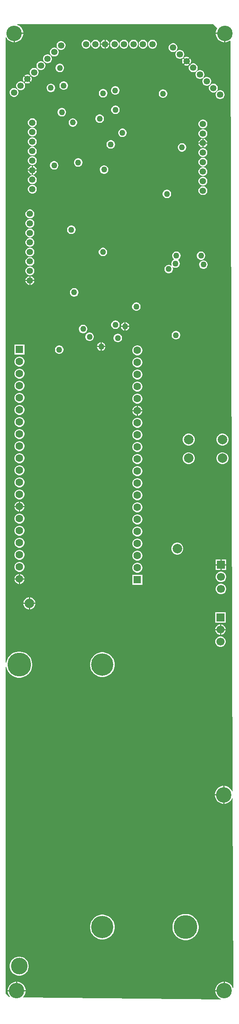
<source format=gbr>
G04*
G04 #@! TF.GenerationSoftware,Altium Limited,Altium Designer,22.11.1 (43)*
G04*
G04 Layer_Physical_Order=3*
G04 Layer_Color=16440176*
%FSLAX44Y44*%
%MOMM*%
G71*
G04*
G04 #@! TF.SameCoordinates,B6AE56F5-1224-44F4-9462-935C271CF011*
G04*
G04*
G04 #@! TF.FilePolarity,Positive*
G04*
G01*
G75*
%ADD45C,1.3500*%
%ADD47C,1.6000*%
%ADD48R,1.6000X1.6000*%
%ADD49C,1.7000*%
%ADD50R,1.7000X1.7000*%
%ADD54C,5.0000*%
%ADD55C,3.5000*%
%ADD56C,4.7000*%
%ADD57C,1.2700*%
%ADD58C,2.0000*%
%ADD59C,3.2500*%
G36*
X700450Y2297550D02*
X699349Y2295900D01*
X697932Y2292481D01*
X697210Y2288851D01*
Y2288270D01*
X716000D01*
Y2287000D01*
X717270D01*
Y2268210D01*
X717851D01*
X721481Y2268932D01*
X724900Y2270349D01*
X726550Y2271450D01*
X727755Y2270245D01*
X732689Y692299D01*
X731420Y692045D01*
X730651Y693900D01*
X728595Y696978D01*
X725978Y699595D01*
X722900Y701652D01*
X719481Y703068D01*
X715851Y703790D01*
X715270D01*
Y685000D01*
Y666210D01*
X715851D01*
X719481Y666932D01*
X722900Y668348D01*
X725978Y670405D01*
X728595Y673022D01*
X730651Y676100D01*
X731464Y678061D01*
X732735Y677810D01*
X733980Y279598D01*
X732711Y279343D01*
X731652Y281900D01*
X729595Y284978D01*
X726978Y287595D01*
X723900Y289652D01*
X720481Y291068D01*
X716851Y291790D01*
X716270D01*
Y273000D01*
X715000D01*
Y271730D01*
X696210D01*
Y271149D01*
X696932Y267519D01*
X698348Y264100D01*
X700405Y261022D01*
X703022Y258405D01*
X706100Y256348D01*
X708036Y255546D01*
X707777Y254279D01*
X291922Y258693D01*
X291442Y259869D01*
X292595Y261022D01*
X294652Y264100D01*
X296068Y267519D01*
X296790Y271149D01*
Y271730D01*
X259210D01*
Y271149D01*
X259932Y267519D01*
X261348Y264100D01*
X263405Y261022D01*
X263609Y260818D01*
X263156Y259475D01*
X262601Y259399D01*
X255000Y267000D01*
Y954120D01*
X256270Y954220D01*
X256558Y952401D01*
X257898Y948278D01*
X259866Y944416D01*
X262414Y940909D01*
X265479Y937844D01*
X268986Y935296D01*
X272848Y933328D01*
X276971Y931988D01*
X281252Y931310D01*
X285588D01*
X289869Y931988D01*
X293992Y933328D01*
X297854Y935296D01*
X301361Y937844D01*
X304426Y940909D01*
X306974Y944416D01*
X308942Y948278D01*
X310282Y952401D01*
X310960Y956683D01*
Y961018D01*
X310282Y965299D01*
X308942Y969422D01*
X306974Y973284D01*
X304426Y976791D01*
X301361Y979856D01*
X297854Y982404D01*
X293992Y984372D01*
X289869Y985712D01*
X285588Y986390D01*
X281252D01*
X276971Y985712D01*
X272848Y984372D01*
X268986Y982404D01*
X265479Y979856D01*
X262414Y976791D01*
X259866Y973284D01*
X257898Y969422D01*
X256558Y965299D01*
X256270Y963480D01*
X255000Y963580D01*
Y2278100D01*
X256246Y2278348D01*
X256348Y2278100D01*
X258405Y2275022D01*
X261022Y2272405D01*
X264100Y2270349D01*
X267519Y2268932D01*
X271149Y2268210D01*
X271730D01*
Y2287000D01*
X273000D01*
Y2288270D01*
X291790D01*
Y2288851D01*
X291068Y2292481D01*
X289652Y2295900D01*
X287595Y2298978D01*
X284978Y2301595D01*
X281900Y2303651D01*
X279297Y2304730D01*
X279549Y2306000D01*
X692000D01*
X700450Y2297550D01*
D02*
G37*
%LPC*%
G36*
X714730Y2285730D02*
X697210D01*
Y2285149D01*
X697932Y2281519D01*
X699349Y2278100D01*
X701405Y2275022D01*
X704022Y2272405D01*
X707100Y2270349D01*
X710519Y2268932D01*
X714149Y2268210D01*
X714730D01*
Y2285730D01*
D02*
G37*
G36*
X291790D02*
X274270D01*
Y2268210D01*
X274851D01*
X278481Y2268932D01*
X281900Y2270349D01*
X284978Y2272405D01*
X287595Y2275022D01*
X289652Y2278100D01*
X291068Y2281519D01*
X291790Y2285149D01*
Y2285730D01*
D02*
G37*
G36*
X465270Y2273277D02*
Y2265270D01*
X473277D01*
X472657Y2267586D01*
X471434Y2269704D01*
X469704Y2271434D01*
X467586Y2272657D01*
X465270Y2273277D01*
D02*
G37*
G36*
X462730D02*
X460414Y2272657D01*
X458296Y2271434D01*
X456566Y2269704D01*
X455343Y2267586D01*
X454723Y2265270D01*
X462730D01*
Y2273277D01*
D02*
G37*
G36*
X473277Y2262730D02*
X465270D01*
Y2254723D01*
X467586Y2255343D01*
X469704Y2256566D01*
X471434Y2258296D01*
X472657Y2260414D01*
X473277Y2262730D01*
D02*
G37*
G36*
X462730D02*
X454723D01*
X455343Y2260414D01*
X456566Y2258296D01*
X458296Y2256566D01*
X460414Y2255343D01*
X462730Y2254723D01*
Y2262730D01*
D02*
G37*
G36*
X565223Y2273290D02*
X562777D01*
X560414Y2272657D01*
X558296Y2271434D01*
X556566Y2269704D01*
X555343Y2267586D01*
X554710Y2265223D01*
Y2262777D01*
X555343Y2260414D01*
X556566Y2258296D01*
X558296Y2256566D01*
X560414Y2255343D01*
X562777Y2254710D01*
X565223D01*
X567586Y2255343D01*
X569704Y2256566D01*
X571434Y2258296D01*
X572657Y2260414D01*
X573290Y2262777D01*
Y2265223D01*
X572657Y2267586D01*
X571434Y2269704D01*
X569704Y2271434D01*
X567586Y2272657D01*
X565223Y2273290D01*
D02*
G37*
G36*
X545223D02*
X542777D01*
X540414Y2272657D01*
X538296Y2271434D01*
X536566Y2269704D01*
X535343Y2267586D01*
X534710Y2265223D01*
Y2262777D01*
X535343Y2260414D01*
X536566Y2258296D01*
X538296Y2256566D01*
X540414Y2255343D01*
X542777Y2254710D01*
X545223D01*
X547586Y2255343D01*
X549704Y2256566D01*
X551434Y2258296D01*
X552657Y2260414D01*
X553290Y2262777D01*
Y2265223D01*
X552657Y2267586D01*
X551434Y2269704D01*
X549704Y2271434D01*
X547586Y2272657D01*
X545223Y2273290D01*
D02*
G37*
G36*
X525223D02*
X522777D01*
X520414Y2272657D01*
X518296Y2271434D01*
X516566Y2269704D01*
X515343Y2267586D01*
X514710Y2265223D01*
Y2262777D01*
X515343Y2260414D01*
X516566Y2258296D01*
X518296Y2256566D01*
X520414Y2255343D01*
X522777Y2254710D01*
X525223D01*
X527586Y2255343D01*
X529704Y2256566D01*
X531434Y2258296D01*
X532657Y2260414D01*
X533290Y2262777D01*
Y2265223D01*
X532657Y2267586D01*
X531434Y2269704D01*
X529704Y2271434D01*
X527586Y2272657D01*
X525223Y2273290D01*
D02*
G37*
G36*
X505223D02*
X502777D01*
X500414Y2272657D01*
X498296Y2271434D01*
X496566Y2269704D01*
X495343Y2267586D01*
X494710Y2265223D01*
Y2262777D01*
X495343Y2260414D01*
X496566Y2258296D01*
X498296Y2256566D01*
X500414Y2255343D01*
X502777Y2254710D01*
X505223D01*
X507586Y2255343D01*
X509704Y2256566D01*
X511434Y2258296D01*
X512657Y2260414D01*
X513290Y2262777D01*
Y2265223D01*
X512657Y2267586D01*
X511434Y2269704D01*
X509704Y2271434D01*
X507586Y2272657D01*
X505223Y2273290D01*
D02*
G37*
G36*
X485223D02*
X482777D01*
X480414Y2272657D01*
X478296Y2271434D01*
X476566Y2269704D01*
X475343Y2267586D01*
X474710Y2265223D01*
Y2262777D01*
X475343Y2260414D01*
X476566Y2258296D01*
X478296Y2256566D01*
X480414Y2255343D01*
X482777Y2254710D01*
X485223D01*
X487586Y2255343D01*
X489704Y2256566D01*
X491434Y2258296D01*
X492657Y2260414D01*
X493290Y2262777D01*
Y2265223D01*
X492657Y2267586D01*
X491434Y2269704D01*
X489704Y2271434D01*
X487586Y2272657D01*
X485223Y2273290D01*
D02*
G37*
G36*
X445223D02*
X442777D01*
X440414Y2272657D01*
X438296Y2271434D01*
X436566Y2269704D01*
X435343Y2267586D01*
X434710Y2265223D01*
Y2262777D01*
X435343Y2260414D01*
X436566Y2258296D01*
X438296Y2256566D01*
X440414Y2255343D01*
X442777Y2254710D01*
X445223D01*
X447586Y2255343D01*
X449704Y2256566D01*
X451434Y2258296D01*
X452657Y2260414D01*
X453290Y2262777D01*
Y2265223D01*
X452657Y2267586D01*
X451434Y2269704D01*
X449704Y2271434D01*
X447586Y2272657D01*
X445223Y2273290D01*
D02*
G37*
G36*
X425223D02*
X422777D01*
X420414Y2272657D01*
X418296Y2271434D01*
X416566Y2269704D01*
X415343Y2267586D01*
X414710Y2265223D01*
Y2262777D01*
X415343Y2260414D01*
X416566Y2258296D01*
X418296Y2256566D01*
X420414Y2255343D01*
X422777Y2254710D01*
X425223D01*
X427586Y2255343D01*
X429704Y2256566D01*
X431434Y2258296D01*
X432657Y2260414D01*
X433290Y2262777D01*
Y2265223D01*
X432657Y2267586D01*
X431434Y2269704D01*
X429704Y2271434D01*
X427586Y2272657D01*
X425223Y2273290D01*
D02*
G37*
G36*
X372649Y2270716D02*
X370203D01*
X367841Y2270083D01*
X365722Y2268860D01*
X363993Y2267131D01*
X362770Y2265012D01*
X362136Y2262649D01*
Y2260203D01*
X362770Y2257841D01*
X363993Y2255722D01*
X365722Y2253993D01*
X367841Y2252769D01*
X370203Y2252136D01*
X372649D01*
X375012Y2252769D01*
X377131Y2253993D01*
X378860Y2255722D01*
X380083Y2257841D01*
X380716Y2260203D01*
Y2262649D01*
X380083Y2265012D01*
X378860Y2267131D01*
X377131Y2268860D01*
X375012Y2270083D01*
X372649Y2270716D01*
D02*
G37*
G36*
X608512Y2266001D02*
X606066D01*
X603703Y2265368D01*
X601585Y2264144D01*
X599855Y2262415D01*
X598632Y2260296D01*
X597999Y2257934D01*
Y2255488D01*
X598632Y2253125D01*
X599855Y2251006D01*
X601585Y2249277D01*
X603703Y2248054D01*
X606066Y2247421D01*
X608512D01*
X610875Y2248054D01*
X612994Y2249277D01*
X614723Y2251006D01*
X615946Y2253125D01*
X616579Y2255488D01*
Y2257934D01*
X615946Y2260296D01*
X614723Y2262415D01*
X612994Y2264144D01*
X610875Y2265368D01*
X608512Y2266001D01*
D02*
G37*
G36*
X358507Y2256574D02*
X356061D01*
X353699Y2255941D01*
X351580Y2254718D01*
X349850Y2252988D01*
X348627Y2250870D01*
X347994Y2248507D01*
Y2246061D01*
X348627Y2243698D01*
X349850Y2241580D01*
X351580Y2239850D01*
X353699Y2238627D01*
X356061Y2237994D01*
X358507D01*
X360870Y2238627D01*
X362989Y2239850D01*
X364718Y2241580D01*
X365941Y2243698D01*
X366574Y2246061D01*
Y2248507D01*
X365941Y2250870D01*
X364718Y2252988D01*
X362989Y2254718D01*
X360870Y2255941D01*
X358507Y2256574D01*
D02*
G37*
G36*
X622654Y2251859D02*
X620208D01*
X617846Y2251225D01*
X615727Y2250002D01*
X613998Y2248273D01*
X612775Y2246154D01*
X612141Y2243792D01*
Y2241346D01*
X612775Y2238983D01*
X613998Y2236864D01*
X615727Y2235135D01*
X617846Y2233912D01*
X620208Y2233279D01*
X622654D01*
X625017Y2233912D01*
X627136Y2235135D01*
X628865Y2236864D01*
X630088Y2238983D01*
X630721Y2241346D01*
Y2243792D01*
X630088Y2246154D01*
X628865Y2248273D01*
X627136Y2250002D01*
X625017Y2251225D01*
X622654Y2251859D01*
D02*
G37*
G36*
X636797Y2237716D02*
X634351D01*
X631988Y2237083D01*
X629911Y2235885D01*
X635574Y2230222D01*
X641236Y2235885D01*
X639159Y2237083D01*
X636797Y2237716D01*
D02*
G37*
G36*
X344365Y2242432D02*
X341919D01*
X339556Y2241799D01*
X337438Y2240576D01*
X335708Y2238846D01*
X334485Y2236728D01*
X333852Y2234365D01*
Y2231919D01*
X334485Y2229556D01*
X335708Y2227438D01*
X337438Y2225708D01*
X339556Y2224485D01*
X341919Y2223852D01*
X344365D01*
X346728Y2224485D01*
X348846Y2225708D01*
X350576Y2227438D01*
X351799Y2229556D01*
X352432Y2231919D01*
Y2234365D01*
X351799Y2236728D01*
X350576Y2238846D01*
X348846Y2240576D01*
X346728Y2241799D01*
X344365Y2242432D01*
D02*
G37*
G36*
X643032Y2234088D02*
X637370Y2228426D01*
X643032Y2222764D01*
X644230Y2224841D01*
X644864Y2227203D01*
Y2229649D01*
X644230Y2232012D01*
X643032Y2234088D01*
D02*
G37*
G36*
X628116Y2234088D02*
X626917Y2232012D01*
X626284Y2229649D01*
Y2227203D01*
X626917Y2224841D01*
X628116Y2222764D01*
X633778Y2228426D01*
X628116Y2234088D01*
D02*
G37*
G36*
X635574Y2226630D02*
X629911Y2220968D01*
X631988Y2219769D01*
X634351Y2219136D01*
X636797D01*
X639159Y2219769D01*
X641236Y2220968D01*
X635574Y2226630D01*
D02*
G37*
G36*
X330223Y2228290D02*
X327777D01*
X325414Y2227657D01*
X323296Y2226434D01*
X321566Y2224704D01*
X320343Y2222586D01*
X319710Y2220223D01*
Y2217777D01*
X320343Y2215414D01*
X321566Y2213296D01*
X323296Y2211566D01*
X325414Y2210343D01*
X327777Y2209710D01*
X330223D01*
X332586Y2210343D01*
X334704Y2211566D01*
X336434Y2213296D01*
X337657Y2215414D01*
X338290Y2217777D01*
Y2220223D01*
X337657Y2222586D01*
X336434Y2224704D01*
X334704Y2226434D01*
X332586Y2227657D01*
X330223Y2228290D01*
D02*
G37*
G36*
X370060Y2222890D02*
X367720D01*
X365459Y2222284D01*
X363431Y2221114D01*
X361776Y2219459D01*
X360606Y2217431D01*
X360000Y2215170D01*
Y2212830D01*
X360606Y2210569D01*
X361776Y2208541D01*
X363431Y2206886D01*
X365459Y2205716D01*
X367720Y2205110D01*
X370060D01*
X372321Y2205716D01*
X374349Y2206886D01*
X376004Y2208541D01*
X377174Y2210569D01*
X377780Y2212830D01*
Y2215170D01*
X377174Y2217431D01*
X376004Y2219459D01*
X374349Y2221114D01*
X372321Y2222284D01*
X370060Y2222890D01*
D02*
G37*
G36*
X650939Y2223574D02*
X648493D01*
X646130Y2222941D01*
X644012Y2221718D01*
X642282Y2219988D01*
X641059Y2217870D01*
X640426Y2215507D01*
Y2213061D01*
X641059Y2210698D01*
X642282Y2208580D01*
X644012Y2206850D01*
X646130Y2205627D01*
X648493Y2204994D01*
X650939D01*
X653301Y2205627D01*
X655420Y2206850D01*
X657150Y2208580D01*
X658373Y2210698D01*
X659006Y2213061D01*
Y2215507D01*
X658373Y2217870D01*
X657150Y2219988D01*
X655420Y2221718D01*
X653301Y2222941D01*
X650939Y2223574D01*
D02*
G37*
G36*
X316081Y2214148D02*
X313635D01*
X311272Y2213515D01*
X309154Y2212292D01*
X307424Y2210562D01*
X306201Y2208444D01*
X305568Y2206081D01*
Y2203635D01*
X306201Y2201272D01*
X307424Y2199154D01*
X309154Y2197424D01*
X311272Y2196201D01*
X313635Y2195568D01*
X316081D01*
X318444Y2196201D01*
X320562Y2197424D01*
X322292Y2199154D01*
X323515Y2201272D01*
X324148Y2203635D01*
Y2206081D01*
X323515Y2208444D01*
X322292Y2210562D01*
X320562Y2212292D01*
X318444Y2213515D01*
X316081Y2214148D01*
D02*
G37*
G36*
X301939Y2200006D02*
X299493D01*
X297130Y2199373D01*
X295054Y2198174D01*
X300716Y2192512D01*
X306378Y2198174D01*
X304302Y2199373D01*
X301939Y2200006D01*
D02*
G37*
G36*
X665081Y2209432D02*
X662635D01*
X660272Y2208799D01*
X658154Y2207576D01*
X656424Y2205846D01*
X655201Y2203728D01*
X654568Y2201365D01*
Y2198919D01*
X655201Y2196556D01*
X656424Y2194438D01*
X658154Y2192708D01*
X660272Y2191485D01*
X662635Y2190852D01*
X665081D01*
X667444Y2191485D01*
X669562Y2192708D01*
X671292Y2194438D01*
X672515Y2196556D01*
X673148Y2198919D01*
Y2201365D01*
X672515Y2203728D01*
X671292Y2205846D01*
X669562Y2207576D01*
X667444Y2208799D01*
X665081Y2209432D01*
D02*
G37*
G36*
X293258Y2196378D02*
X292059Y2194302D01*
X291426Y2191939D01*
Y2189493D01*
X292059Y2187130D01*
X293258Y2185054D01*
X298920Y2190716D01*
X293258Y2196378D01*
D02*
G37*
G36*
X308174Y2196378D02*
X302512Y2190716D01*
X308174Y2185054D01*
X309373Y2187130D01*
X310006Y2189493D01*
Y2191939D01*
X309373Y2194302D01*
X308174Y2196378D01*
D02*
G37*
G36*
X300716Y2188920D02*
X295054Y2183258D01*
X297130Y2182059D01*
X299493Y2181426D01*
X301939D01*
X304302Y2182059D01*
X306378Y2183258D01*
X300716Y2188920D01*
D02*
G37*
G36*
X679223Y2195290D02*
X676777D01*
X674414Y2194657D01*
X672296Y2193434D01*
X670566Y2191704D01*
X669343Y2189586D01*
X668710Y2187223D01*
Y2184777D01*
X669343Y2182414D01*
X670566Y2180296D01*
X672296Y2178566D01*
X674414Y2177343D01*
X676777Y2176710D01*
X679223D01*
X681586Y2177343D01*
X683704Y2178566D01*
X685434Y2180296D01*
X686657Y2182414D01*
X687290Y2184777D01*
Y2187223D01*
X686657Y2189586D01*
X685434Y2191704D01*
X683704Y2193434D01*
X681586Y2194657D01*
X679223Y2195290D01*
D02*
G37*
G36*
X378170Y2185810D02*
X375830D01*
X373569Y2185204D01*
X371541Y2184034D01*
X369886Y2182379D01*
X368716Y2180351D01*
X368110Y2178090D01*
Y2175750D01*
X368716Y2173489D01*
X369886Y2171461D01*
X371541Y2169806D01*
X373569Y2168636D01*
X375830Y2168030D01*
X378170D01*
X380431Y2168636D01*
X382459Y2169806D01*
X384114Y2171461D01*
X385284Y2173489D01*
X385890Y2175750D01*
Y2178090D01*
X385284Y2180351D01*
X384114Y2182379D01*
X382459Y2184034D01*
X380431Y2185204D01*
X378170Y2185810D01*
D02*
G37*
G36*
X287797Y2185864D02*
X285351D01*
X282988Y2185231D01*
X280869Y2184007D01*
X279140Y2182278D01*
X277917Y2180159D01*
X277284Y2177797D01*
Y2175351D01*
X277917Y2172988D01*
X279140Y2170869D01*
X280869Y2169140D01*
X282988Y2167917D01*
X285351Y2167284D01*
X287797D01*
X290159Y2167917D01*
X292278Y2169140D01*
X294007Y2170869D01*
X295231Y2172988D01*
X295864Y2175351D01*
Y2177797D01*
X295231Y2180159D01*
X294007Y2182278D01*
X292278Y2184007D01*
X290159Y2185231D01*
X287797Y2185864D01*
D02*
G37*
G36*
X351170Y2180890D02*
X348830D01*
X346569Y2180284D01*
X344541Y2179114D01*
X342886Y2177459D01*
X341716Y2175431D01*
X341110Y2173170D01*
Y2170830D01*
X341716Y2168569D01*
X342886Y2166541D01*
X344541Y2164886D01*
X346569Y2163716D01*
X348830Y2163110D01*
X351170D01*
X353431Y2163716D01*
X355459Y2164886D01*
X357114Y2166541D01*
X358284Y2168569D01*
X358890Y2170830D01*
Y2173170D01*
X358284Y2175431D01*
X357114Y2177459D01*
X355459Y2179114D01*
X353431Y2180284D01*
X351170Y2180890D01*
D02*
G37*
G36*
X693365Y2181148D02*
X690919D01*
X688556Y2180515D01*
X686438Y2179292D01*
X684708Y2177562D01*
X683485Y2175444D01*
X682852Y2173081D01*
Y2170635D01*
X683485Y2168272D01*
X684708Y2166154D01*
X686438Y2164424D01*
X688556Y2163201D01*
X690919Y2162568D01*
X693365D01*
X695728Y2163201D01*
X697846Y2164424D01*
X699576Y2166154D01*
X700799Y2168272D01*
X701432Y2170635D01*
Y2173081D01*
X700799Y2175444D01*
X699576Y2177562D01*
X697846Y2179292D01*
X695728Y2180515D01*
X693365Y2181148D01*
D02*
G37*
G36*
X486731Y2175531D02*
X484390D01*
X482129Y2174925D01*
X480102Y2173754D01*
X478447Y2172099D01*
X477276Y2170072D01*
X476670Y2167811D01*
Y2165470D01*
X477276Y2163209D01*
X478447Y2161182D01*
X480102Y2159527D01*
X482129Y2158357D01*
X484390Y2157751D01*
X486731D01*
X488992Y2158357D01*
X491019Y2159527D01*
X492674Y2161182D01*
X493844Y2163209D01*
X494450Y2165470D01*
Y2167811D01*
X493844Y2170072D01*
X492674Y2172099D01*
X491019Y2173754D01*
X488992Y2174925D01*
X486731Y2175531D01*
D02*
G37*
G36*
X273654Y2171721D02*
X271208D01*
X268846Y2171088D01*
X266727Y2169865D01*
X264998Y2168136D01*
X263775Y2166017D01*
X263141Y2163654D01*
Y2161208D01*
X263775Y2158846D01*
X264998Y2156727D01*
X266727Y2154998D01*
X268846Y2153775D01*
X271208Y2153141D01*
X273654D01*
X276017Y2153775D01*
X278136Y2154998D01*
X279865Y2156727D01*
X281088Y2158846D01*
X281721Y2161208D01*
Y2163654D01*
X281088Y2166017D01*
X279865Y2168136D01*
X278136Y2169865D01*
X276017Y2171088D01*
X273654Y2171721D01*
D02*
G37*
G36*
X461136Y2169579D02*
X458795D01*
X456534Y2168973D01*
X454507Y2167803D01*
X452852Y2166148D01*
X451681Y2164120D01*
X451076Y2161859D01*
Y2159519D01*
X451681Y2157258D01*
X452852Y2155231D01*
X454507Y2153575D01*
X456534Y2152405D01*
X458795Y2151799D01*
X461136D01*
X463397Y2152405D01*
X465424Y2153575D01*
X467079Y2155231D01*
X468250Y2157258D01*
X468856Y2159519D01*
Y2161859D01*
X468250Y2164120D01*
X467079Y2166148D01*
X465424Y2167803D01*
X463397Y2168973D01*
X461136Y2169579D01*
D02*
G37*
G36*
X587170Y2168890D02*
X584830D01*
X582569Y2168284D01*
X580541Y2167114D01*
X578886Y2165459D01*
X577716Y2163431D01*
X577110Y2161170D01*
Y2158830D01*
X577716Y2156569D01*
X578886Y2154541D01*
X580541Y2152886D01*
X582569Y2151716D01*
X584830Y2151110D01*
X587170D01*
X589431Y2151716D01*
X591459Y2152886D01*
X593114Y2154541D01*
X594284Y2156569D01*
X594890Y2158830D01*
Y2161170D01*
X594284Y2163431D01*
X593114Y2165459D01*
X591459Y2167114D01*
X589431Y2168284D01*
X587170Y2168890D01*
D02*
G37*
G36*
X707507Y2167006D02*
X705061D01*
X702698Y2166373D01*
X700580Y2165150D01*
X698850Y2163420D01*
X697627Y2161302D01*
X696994Y2158939D01*
Y2156493D01*
X697627Y2154130D01*
X698850Y2152012D01*
X700580Y2150282D01*
X702698Y2149059D01*
X705061Y2148426D01*
X707507D01*
X709870Y2149059D01*
X711988Y2150282D01*
X713718Y2152012D01*
X714941Y2154130D01*
X715574Y2156493D01*
Y2158939D01*
X714941Y2161302D01*
X713718Y2163420D01*
X711988Y2165150D01*
X709870Y2166373D01*
X707507Y2167006D01*
D02*
G37*
G36*
X487170Y2134890D02*
X484830D01*
X482569Y2134284D01*
X480541Y2133114D01*
X478886Y2131459D01*
X477716Y2129431D01*
X477110Y2127170D01*
Y2124830D01*
X477716Y2122569D01*
X478886Y2120541D01*
X480541Y2118886D01*
X482569Y2117716D01*
X484830Y2117110D01*
X487170D01*
X489431Y2117716D01*
X491459Y2118886D01*
X493114Y2120541D01*
X494284Y2122569D01*
X494890Y2124830D01*
Y2127170D01*
X494284Y2129431D01*
X493114Y2131459D01*
X491459Y2133114D01*
X489431Y2134284D01*
X487170Y2134890D01*
D02*
G37*
G36*
X374266Y2129735D02*
X371925D01*
X369664Y2129129D01*
X367637Y2127959D01*
X365982Y2126303D01*
X364811Y2124276D01*
X364205Y2122015D01*
Y2119674D01*
X364811Y2117413D01*
X365982Y2115386D01*
X367637Y2113731D01*
X369664Y2112561D01*
X371925Y2111955D01*
X374266D01*
X376527Y2112561D01*
X378554Y2113731D01*
X380209Y2115386D01*
X381380Y2117413D01*
X381985Y2119674D01*
Y2122015D01*
X381380Y2124276D01*
X380209Y2126303D01*
X378554Y2127959D01*
X376527Y2129129D01*
X374266Y2129735D01*
D02*
G37*
G36*
X453986Y2116074D02*
X451645D01*
X449384Y2115468D01*
X447357Y2114298D01*
X445702Y2112643D01*
X444532Y2110616D01*
X443926Y2108355D01*
Y2106014D01*
X444532Y2103753D01*
X445702Y2101726D01*
X447357Y2100070D01*
X449384Y2098900D01*
X451645Y2098294D01*
X453986D01*
X456247Y2098900D01*
X458274Y2100070D01*
X459930Y2101726D01*
X461100Y2103753D01*
X461706Y2106014D01*
Y2108355D01*
X461100Y2110616D01*
X459930Y2112643D01*
X458274Y2114298D01*
X456247Y2115468D01*
X453986Y2116074D01*
D02*
G37*
G36*
X397440Y2108103D02*
X395100D01*
X392839Y2107497D01*
X390811Y2106327D01*
X389156Y2104671D01*
X387986Y2102644D01*
X387380Y2100383D01*
Y2098042D01*
X387986Y2095782D01*
X389156Y2093754D01*
X390811Y2092099D01*
X392839Y2090929D01*
X395100Y2090323D01*
X397440D01*
X399701Y2090929D01*
X401729Y2092099D01*
X403384Y2093754D01*
X404554Y2095782D01*
X405160Y2098042D01*
Y2100383D01*
X404554Y2102644D01*
X403384Y2104671D01*
X401729Y2106327D01*
X399701Y2107497D01*
X397440Y2108103D01*
D02*
G37*
G36*
X312223Y2108290D02*
X309777D01*
X307414Y2107657D01*
X305296Y2106434D01*
X303566Y2104704D01*
X302343Y2102586D01*
X301710Y2100223D01*
Y2097777D01*
X302343Y2095414D01*
X303566Y2093296D01*
X305296Y2091566D01*
X307414Y2090343D01*
X309777Y2089710D01*
X312223D01*
X314586Y2090343D01*
X316704Y2091566D01*
X318434Y2093296D01*
X319657Y2095414D01*
X320290Y2097777D01*
Y2100223D01*
X319657Y2102586D01*
X318434Y2104704D01*
X316704Y2106434D01*
X314586Y2107657D01*
X312223Y2108290D01*
D02*
G37*
G36*
X671223Y2105290D02*
X668777D01*
X666414Y2104657D01*
X664296Y2103434D01*
X662566Y2101704D01*
X661343Y2099586D01*
X660710Y2097223D01*
Y2094777D01*
X661343Y2092414D01*
X662566Y2090296D01*
X664296Y2088566D01*
X666414Y2087343D01*
X668777Y2086710D01*
X671223D01*
X673586Y2087343D01*
X675704Y2088566D01*
X677434Y2090296D01*
X678657Y2092414D01*
X679290Y2094777D01*
Y2097223D01*
X678657Y2099586D01*
X677434Y2101704D01*
X675704Y2103434D01*
X673586Y2104657D01*
X671223Y2105290D01*
D02*
G37*
G36*
X312223Y2088290D02*
X309777D01*
X307414Y2087657D01*
X305296Y2086434D01*
X303566Y2084704D01*
X302343Y2082586D01*
X301710Y2080223D01*
Y2077777D01*
X302343Y2075414D01*
X303566Y2073296D01*
X305296Y2071566D01*
X307414Y2070343D01*
X309777Y2069710D01*
X312223D01*
X314586Y2070343D01*
X316704Y2071566D01*
X318434Y2073296D01*
X319657Y2075414D01*
X320290Y2077777D01*
Y2080223D01*
X319657Y2082586D01*
X318434Y2084704D01*
X316704Y2086434D01*
X314586Y2087657D01*
X312223Y2088290D01*
D02*
G37*
G36*
X501849Y2086399D02*
X499509D01*
X497247Y2085793D01*
X495220Y2084622D01*
X493565Y2082967D01*
X492395Y2080940D01*
X491789Y2078679D01*
Y2076338D01*
X492395Y2074077D01*
X493565Y2072050D01*
X495220Y2070395D01*
X497247Y2069225D01*
X499509Y2068619D01*
X501849D01*
X504110Y2069225D01*
X506137Y2070395D01*
X507793Y2072050D01*
X508963Y2074077D01*
X509569Y2076338D01*
Y2078679D01*
X508963Y2080940D01*
X507793Y2082967D01*
X506137Y2084622D01*
X504110Y2085793D01*
X501849Y2086399D01*
D02*
G37*
G36*
X671223Y2085290D02*
X668777D01*
X666414Y2084657D01*
X664296Y2083434D01*
X662566Y2081704D01*
X661343Y2079586D01*
X660710Y2077223D01*
Y2074777D01*
X661343Y2072414D01*
X662566Y2070296D01*
X664296Y2068566D01*
X666414Y2067343D01*
X668777Y2066710D01*
X671223D01*
X673586Y2067343D01*
X675704Y2068566D01*
X677434Y2070296D01*
X678657Y2072414D01*
X679290Y2074777D01*
Y2077223D01*
X678657Y2079586D01*
X677434Y2081704D01*
X675704Y2083434D01*
X673586Y2084657D01*
X671223Y2085290D01*
D02*
G37*
G36*
X671270Y2065277D02*
Y2057270D01*
X679277D01*
X678657Y2059586D01*
X677434Y2061704D01*
X675704Y2063434D01*
X673586Y2064657D01*
X671270Y2065277D01*
D02*
G37*
G36*
X668730D02*
X666414Y2064657D01*
X664296Y2063434D01*
X662566Y2061704D01*
X661343Y2059586D01*
X660723Y2057270D01*
X668730D01*
Y2065277D01*
D02*
G37*
G36*
X312223Y2068290D02*
X309777D01*
X307414Y2067657D01*
X305296Y2066434D01*
X303566Y2064704D01*
X302343Y2062586D01*
X301710Y2060223D01*
Y2057777D01*
X302343Y2055414D01*
X303566Y2053296D01*
X305296Y2051566D01*
X307414Y2050343D01*
X309777Y2049710D01*
X312223D01*
X314586Y2050343D01*
X316704Y2051566D01*
X318434Y2053296D01*
X319657Y2055414D01*
X320290Y2057777D01*
Y2060223D01*
X319657Y2062586D01*
X318434Y2064704D01*
X316704Y2066434D01*
X314586Y2067657D01*
X312223Y2068290D01*
D02*
G37*
G36*
X679277Y2054730D02*
X671270D01*
Y2046723D01*
X673586Y2047343D01*
X675704Y2048566D01*
X677434Y2050296D01*
X678657Y2052414D01*
X679277Y2054730D01*
D02*
G37*
G36*
X668730D02*
X660723D01*
X661343Y2052414D01*
X662566Y2050296D01*
X664296Y2048566D01*
X666414Y2047343D01*
X668730Y2046723D01*
Y2054730D01*
D02*
G37*
G36*
X477149Y2061890D02*
X474808D01*
X472547Y2061284D01*
X470520Y2060114D01*
X468865Y2058459D01*
X467695Y2056431D01*
X467089Y2054170D01*
Y2051830D01*
X467695Y2049569D01*
X468865Y2047541D01*
X470520Y2045886D01*
X472547Y2044716D01*
X474808Y2044110D01*
X477149D01*
X479410Y2044716D01*
X481437Y2045886D01*
X483092Y2047541D01*
X484263Y2049569D01*
X484869Y2051830D01*
Y2054170D01*
X484263Y2056431D01*
X483092Y2058459D01*
X481437Y2060114D01*
X479410Y2061284D01*
X477149Y2061890D01*
D02*
G37*
G36*
X627170Y2055890D02*
X624830D01*
X622569Y2055284D01*
X620541Y2054114D01*
X618886Y2052459D01*
X617716Y2050431D01*
X617110Y2048170D01*
Y2045830D01*
X617716Y2043569D01*
X618886Y2041541D01*
X620541Y2039886D01*
X622569Y2038716D01*
X624830Y2038110D01*
X627170D01*
X629431Y2038716D01*
X631459Y2039886D01*
X633114Y2041541D01*
X634284Y2043569D01*
X634890Y2045830D01*
Y2048170D01*
X634284Y2050431D01*
X633114Y2052459D01*
X631459Y2054114D01*
X629431Y2055284D01*
X627170Y2055890D01*
D02*
G37*
G36*
X312223Y2048290D02*
X309777D01*
X307414Y2047657D01*
X305296Y2046434D01*
X303566Y2044704D01*
X302343Y2042586D01*
X301710Y2040223D01*
Y2037777D01*
X302343Y2035414D01*
X303566Y2033296D01*
X305296Y2031566D01*
X307414Y2030343D01*
X309777Y2029710D01*
X312223D01*
X314586Y2030343D01*
X316704Y2031566D01*
X318434Y2033296D01*
X319657Y2035414D01*
X320290Y2037777D01*
Y2040223D01*
X319657Y2042586D01*
X318434Y2044704D01*
X316704Y2046434D01*
X314586Y2047657D01*
X312223Y2048290D01*
D02*
G37*
G36*
X671223Y2045290D02*
X668777D01*
X666414Y2044657D01*
X664296Y2043434D01*
X662566Y2041704D01*
X661343Y2039586D01*
X660710Y2037223D01*
Y2034777D01*
X661343Y2032414D01*
X662566Y2030296D01*
X664296Y2028566D01*
X666414Y2027343D01*
X668777Y2026710D01*
X671223D01*
X673586Y2027343D01*
X675704Y2028566D01*
X677434Y2030296D01*
X678657Y2032414D01*
X679290Y2034777D01*
Y2037223D01*
X678657Y2039586D01*
X677434Y2041704D01*
X675704Y2043434D01*
X673586Y2044657D01*
X671223Y2045290D01*
D02*
G37*
G36*
X312223Y2028290D02*
X309777D01*
X307414Y2027657D01*
X305296Y2026434D01*
X303566Y2024704D01*
X302343Y2022586D01*
X301710Y2020223D01*
Y2017777D01*
X302343Y2015414D01*
X303566Y2013296D01*
X305296Y2011566D01*
X307414Y2010343D01*
X309777Y2009710D01*
X312223D01*
X314586Y2010343D01*
X316704Y2011566D01*
X318434Y2013296D01*
X319657Y2015414D01*
X320290Y2017777D01*
Y2020223D01*
X319657Y2022586D01*
X318434Y2024704D01*
X316704Y2026434D01*
X314586Y2027657D01*
X312223Y2028290D01*
D02*
G37*
G36*
X671223Y2025290D02*
X668777D01*
X666414Y2024657D01*
X664296Y2023434D01*
X662566Y2021704D01*
X661343Y2019586D01*
X660710Y2017223D01*
Y2014777D01*
X661343Y2012414D01*
X662566Y2010296D01*
X664296Y2008566D01*
X666414Y2007343D01*
X668777Y2006710D01*
X671223D01*
X673586Y2007343D01*
X675704Y2008566D01*
X677434Y2010296D01*
X678657Y2012414D01*
X679290Y2014777D01*
Y2017223D01*
X678657Y2019586D01*
X677434Y2021704D01*
X675704Y2023434D01*
X673586Y2024657D01*
X671223Y2025290D01*
D02*
G37*
G36*
X408797Y2023881D02*
X406456D01*
X404196Y2023275D01*
X402168Y2022105D01*
X400513Y2020450D01*
X399343Y2018422D01*
X398737Y2016161D01*
Y2013821D01*
X399343Y2011559D01*
X400513Y2009532D01*
X402168Y2007877D01*
X404196Y2006707D01*
X406456Y2006101D01*
X408797D01*
X411058Y2006707D01*
X413086Y2007877D01*
X414741Y2009532D01*
X415911Y2011559D01*
X416517Y2013821D01*
Y2016161D01*
X415911Y2018422D01*
X414741Y2020450D01*
X413086Y2022105D01*
X411058Y2023275D01*
X408797Y2023881D01*
D02*
G37*
G36*
X312270Y2008277D02*
Y2000270D01*
X320277D01*
X319657Y2002586D01*
X318434Y2004704D01*
X316704Y2006434D01*
X314586Y2007657D01*
X312270Y2008277D01*
D02*
G37*
G36*
X309730Y2008277D02*
X307414Y2007657D01*
X305296Y2006434D01*
X303566Y2004704D01*
X302343Y2002586D01*
X301723Y2000270D01*
X309730D01*
Y2008277D01*
D02*
G37*
G36*
X358170Y2017890D02*
X355830D01*
X353569Y2017284D01*
X351541Y2016114D01*
X349886Y2014459D01*
X348716Y2012431D01*
X348110Y2010170D01*
Y2007830D01*
X348716Y2005569D01*
X349886Y2003541D01*
X351541Y2001886D01*
X353569Y2000716D01*
X355830Y2000110D01*
X358170D01*
X360431Y2000716D01*
X362459Y2001886D01*
X364114Y2003541D01*
X365284Y2005569D01*
X365890Y2007830D01*
Y2010170D01*
X365284Y2012431D01*
X364114Y2014459D01*
X362459Y2016114D01*
X360431Y2017284D01*
X358170Y2017890D01*
D02*
G37*
G36*
X463259Y2009000D02*
X460918D01*
X458657Y2008395D01*
X456630Y2007224D01*
X454975Y2005569D01*
X453805Y2003542D01*
X453199Y2001281D01*
Y1998940D01*
X453805Y1996679D01*
X454975Y1994652D01*
X456630Y1992997D01*
X458657Y1991826D01*
X460918Y1991220D01*
X463259D01*
X465520Y1991826D01*
X467547Y1992997D01*
X469202Y1994652D01*
X470373Y1996679D01*
X470979Y1998940D01*
Y2001281D01*
X470373Y2003542D01*
X469202Y2005569D01*
X467547Y2007224D01*
X465520Y2008395D01*
X463259Y2009000D01*
D02*
G37*
G36*
X309730Y1997730D02*
X301723D01*
X302343Y1995414D01*
X303566Y1993296D01*
X305296Y1991566D01*
X307414Y1990343D01*
X309730Y1989723D01*
Y1997730D01*
D02*
G37*
G36*
X320277D02*
X312270D01*
Y1989722D01*
X314586Y1990343D01*
X316704Y1991566D01*
X318434Y1993296D01*
X319657Y1995414D01*
X320277Y1997730D01*
D02*
G37*
G36*
X671223Y2005290D02*
X668777D01*
X666414Y2004657D01*
X664296Y2003434D01*
X662566Y2001704D01*
X661343Y1999586D01*
X660710Y1997223D01*
Y1994777D01*
X661343Y1992414D01*
X662566Y1990296D01*
X664296Y1988566D01*
X666414Y1987343D01*
X668777Y1986710D01*
X671223D01*
X673586Y1987343D01*
X675704Y1988566D01*
X677434Y1990296D01*
X678657Y1992414D01*
X679290Y1994777D01*
Y1997223D01*
X678657Y1999586D01*
X677434Y2001704D01*
X675704Y2003434D01*
X673586Y2004657D01*
X671223Y2005290D01*
D02*
G37*
G36*
X312223Y1988290D02*
X309777D01*
X307414Y1987657D01*
X305296Y1986434D01*
X303566Y1984704D01*
X302343Y1982586D01*
X301710Y1980223D01*
Y1977777D01*
X302343Y1975414D01*
X303566Y1973296D01*
X305296Y1971566D01*
X307414Y1970343D01*
X309777Y1969710D01*
X312223D01*
X314586Y1970343D01*
X316704Y1971566D01*
X318434Y1973296D01*
X319657Y1975414D01*
X320290Y1977777D01*
Y1980223D01*
X319657Y1982586D01*
X318434Y1984704D01*
X316704Y1986434D01*
X314586Y1987657D01*
X312223Y1988290D01*
D02*
G37*
G36*
X671223Y1985290D02*
X668777D01*
X666414Y1984657D01*
X664296Y1983434D01*
X662566Y1981704D01*
X661343Y1979586D01*
X660710Y1977223D01*
Y1974777D01*
X661343Y1972414D01*
X662566Y1970296D01*
X664296Y1968566D01*
X666414Y1967343D01*
X668777Y1966710D01*
X671223D01*
X673586Y1967343D01*
X675704Y1968566D01*
X677434Y1970296D01*
X678657Y1972414D01*
X679290Y1974777D01*
Y1977223D01*
X678657Y1979586D01*
X677434Y1981704D01*
X675704Y1983434D01*
X673586Y1984657D01*
X671223Y1985290D01*
D02*
G37*
G36*
X312223Y1968290D02*
X309777D01*
X307414Y1967657D01*
X305296Y1966434D01*
X303566Y1964704D01*
X302343Y1962586D01*
X301710Y1960223D01*
Y1957777D01*
X302343Y1955414D01*
X303566Y1953296D01*
X305296Y1951566D01*
X307414Y1950343D01*
X309777Y1949710D01*
X312223D01*
X314586Y1950343D01*
X316704Y1951566D01*
X318434Y1953296D01*
X319657Y1955414D01*
X320290Y1957777D01*
Y1960223D01*
X319657Y1962586D01*
X318434Y1964704D01*
X316704Y1966434D01*
X314586Y1967657D01*
X312223Y1968290D01*
D02*
G37*
G36*
X671223Y1965290D02*
X668777D01*
X666414Y1964657D01*
X664296Y1963434D01*
X662566Y1961704D01*
X661343Y1959586D01*
X660710Y1957223D01*
Y1954777D01*
X661343Y1952414D01*
X662566Y1950296D01*
X664296Y1948566D01*
X666414Y1947343D01*
X668777Y1946710D01*
X671223D01*
X673586Y1947343D01*
X675704Y1948566D01*
X677434Y1950296D01*
X678657Y1952414D01*
X679290Y1954777D01*
Y1957223D01*
X678657Y1959586D01*
X677434Y1961704D01*
X675704Y1963434D01*
X673586Y1964657D01*
X671223Y1965290D01*
D02*
G37*
G36*
X595498Y1957843D02*
X593157D01*
X590896Y1957238D01*
X588869Y1956067D01*
X587214Y1954412D01*
X586043Y1952385D01*
X585437Y1950124D01*
Y1947783D01*
X586043Y1945522D01*
X587214Y1943495D01*
X588869Y1941840D01*
X590896Y1940669D01*
X593157Y1940063D01*
X595498D01*
X597759Y1940669D01*
X599786Y1941840D01*
X601441Y1943495D01*
X602612Y1945522D01*
X603217Y1947783D01*
Y1950124D01*
X602612Y1952385D01*
X601441Y1954412D01*
X599786Y1956067D01*
X597759Y1957238D01*
X595498Y1957843D01*
D02*
G37*
G36*
X307223Y1916290D02*
X304777D01*
X302414Y1915657D01*
X300296Y1914434D01*
X298566Y1912704D01*
X297343Y1910586D01*
X296710Y1908223D01*
Y1905777D01*
X297343Y1903414D01*
X298566Y1901296D01*
X300296Y1899566D01*
X302414Y1898343D01*
X304777Y1897710D01*
X307223D01*
X309586Y1898343D01*
X311704Y1899566D01*
X313434Y1901296D01*
X314657Y1903414D01*
X315290Y1905777D01*
Y1908223D01*
X314657Y1910586D01*
X313434Y1912704D01*
X311704Y1914434D01*
X309586Y1915657D01*
X307223Y1916290D01*
D02*
G37*
G36*
Y1896290D02*
X304777D01*
X302414Y1895657D01*
X300296Y1894434D01*
X298566Y1892704D01*
X297343Y1890586D01*
X296710Y1888223D01*
Y1885777D01*
X297343Y1883414D01*
X298566Y1881296D01*
X300296Y1879566D01*
X302414Y1878343D01*
X304777Y1877710D01*
X307223D01*
X309586Y1878343D01*
X311704Y1879566D01*
X313434Y1881296D01*
X314657Y1883414D01*
X315290Y1885777D01*
Y1888223D01*
X314657Y1890586D01*
X313434Y1892704D01*
X311704Y1894434D01*
X309586Y1895657D01*
X307223Y1896290D01*
D02*
G37*
G36*
X394206Y1882511D02*
X391865D01*
X389604Y1881905D01*
X387577Y1880735D01*
X385922Y1879080D01*
X384751Y1877052D01*
X384145Y1874791D01*
Y1872451D01*
X384751Y1870190D01*
X385922Y1868163D01*
X387577Y1866507D01*
X389604Y1865337D01*
X391865Y1864731D01*
X394206D01*
X396467Y1865337D01*
X398494Y1866507D01*
X400149Y1868163D01*
X401319Y1870190D01*
X401925Y1872451D01*
Y1874791D01*
X401319Y1877052D01*
X400149Y1879080D01*
X398494Y1880735D01*
X396467Y1881905D01*
X394206Y1882511D01*
D02*
G37*
G36*
X307223Y1876290D02*
X304777D01*
X302414Y1875657D01*
X300296Y1874434D01*
X298566Y1872704D01*
X297343Y1870586D01*
X296710Y1868223D01*
Y1865777D01*
X297343Y1863414D01*
X298566Y1861296D01*
X300296Y1859566D01*
X302414Y1858343D01*
X304777Y1857710D01*
X307223D01*
X309586Y1858343D01*
X311704Y1859566D01*
X313434Y1861296D01*
X314657Y1863414D01*
X315290Y1865777D01*
Y1868223D01*
X314657Y1870586D01*
X313434Y1872704D01*
X311704Y1874434D01*
X309586Y1875657D01*
X307223Y1876290D01*
D02*
G37*
G36*
Y1856290D02*
X304777D01*
X302414Y1855657D01*
X300296Y1854434D01*
X298566Y1852704D01*
X297343Y1850586D01*
X296710Y1848223D01*
Y1845777D01*
X297343Y1843414D01*
X298566Y1841296D01*
X300296Y1839566D01*
X302414Y1838343D01*
X304777Y1837710D01*
X307223D01*
X309586Y1838343D01*
X311704Y1839566D01*
X313434Y1841296D01*
X314657Y1843414D01*
X315290Y1845777D01*
Y1848223D01*
X314657Y1850586D01*
X313434Y1852704D01*
X311704Y1854434D01*
X309586Y1855657D01*
X307223Y1856290D01*
D02*
G37*
G36*
X460930Y1835803D02*
X458590D01*
X456329Y1835197D01*
X454301Y1834027D01*
X452646Y1832372D01*
X451476Y1830345D01*
X450870Y1828083D01*
Y1825743D01*
X451476Y1823482D01*
X452646Y1821454D01*
X454301Y1819799D01*
X456329Y1818629D01*
X458590Y1818023D01*
X460930D01*
X463191Y1818629D01*
X465219Y1819799D01*
X466874Y1821454D01*
X468044Y1823482D01*
X468650Y1825743D01*
Y1828083D01*
X468044Y1830345D01*
X466874Y1832372D01*
X465219Y1834027D01*
X463191Y1835197D01*
X460930Y1835803D01*
D02*
G37*
G36*
X307223Y1836290D02*
X304777D01*
X302414Y1835657D01*
X300296Y1834434D01*
X298566Y1832704D01*
X297343Y1830586D01*
X296710Y1828223D01*
Y1825777D01*
X297343Y1823414D01*
X298566Y1821296D01*
X300296Y1819566D01*
X302414Y1818343D01*
X304777Y1817710D01*
X307223D01*
X309586Y1818343D01*
X311704Y1819566D01*
X313434Y1821296D01*
X314657Y1823414D01*
X315290Y1825777D01*
Y1828223D01*
X314657Y1830586D01*
X313434Y1832704D01*
X311704Y1834434D01*
X309586Y1835657D01*
X307223Y1836290D01*
D02*
G37*
G36*
X667171Y1828106D02*
X664830D01*
X662569Y1827500D01*
X660542Y1826330D01*
X658887Y1824675D01*
X657717Y1822648D01*
X657111Y1820387D01*
Y1818046D01*
X657717Y1815785D01*
X658887Y1813758D01*
X660542Y1812103D01*
X662569Y1810932D01*
X664830Y1810326D01*
X667171D01*
X669432Y1810932D01*
X671459Y1812103D01*
X673115Y1813758D01*
X674285Y1815785D01*
X674891Y1818046D01*
Y1820387D01*
X674285Y1822648D01*
X673115Y1824675D01*
X671459Y1826330D01*
X669432Y1827500D01*
X667171Y1828106D01*
D02*
G37*
G36*
X615330D02*
X612990D01*
X610729Y1827500D01*
X608701Y1826330D01*
X607046Y1824675D01*
X605876Y1822648D01*
X605270Y1820387D01*
Y1818046D01*
X605876Y1815785D01*
X607046Y1813758D01*
X608701Y1812103D01*
X609062Y1811894D01*
X608825Y1810565D01*
X607055Y1809543D01*
X605400Y1807888D01*
X604229Y1805860D01*
X603624Y1803600D01*
Y1801259D01*
X604209Y1799073D01*
X604076Y1798903D01*
X604052Y1798875D01*
X603181Y1798274D01*
X601431Y1799284D01*
X599170Y1799890D01*
X596830D01*
X594569Y1799284D01*
X592541Y1798114D01*
X590886Y1796459D01*
X589716Y1794431D01*
X589110Y1792170D01*
Y1789830D01*
X589716Y1787569D01*
X590886Y1785541D01*
X592541Y1783886D01*
X594569Y1782716D01*
X596830Y1782110D01*
X599170D01*
X601431Y1782716D01*
X603459Y1783886D01*
X605114Y1785541D01*
X606284Y1787569D01*
X606890Y1789830D01*
Y1792170D01*
X606304Y1794356D01*
X606437Y1794526D01*
X606462Y1794554D01*
X607333Y1795155D01*
X609082Y1794145D01*
X611343Y1793539D01*
X613684D01*
X615945Y1794145D01*
X617972Y1795315D01*
X619627Y1796971D01*
X620798Y1798998D01*
X621404Y1801259D01*
Y1803600D01*
X620798Y1805860D01*
X619627Y1807888D01*
X617972Y1809543D01*
X617611Y1809751D01*
X617849Y1811081D01*
X619619Y1812103D01*
X621274Y1813758D01*
X622444Y1815785D01*
X623050Y1818046D01*
Y1820387D01*
X622444Y1822648D01*
X621274Y1824675D01*
X619619Y1826330D01*
X617591Y1827500D01*
X615330Y1828106D01*
D02*
G37*
G36*
X307223Y1816290D02*
X304777D01*
X302414Y1815657D01*
X300296Y1814434D01*
X298566Y1812704D01*
X297343Y1810586D01*
X296710Y1808223D01*
Y1805777D01*
X297343Y1803414D01*
X298566Y1801296D01*
X300296Y1799566D01*
X302414Y1798343D01*
X304777Y1797710D01*
X307223D01*
X309586Y1798343D01*
X311704Y1799566D01*
X313434Y1801296D01*
X314657Y1803414D01*
X315290Y1805777D01*
Y1808223D01*
X314657Y1810586D01*
X313434Y1812704D01*
X311704Y1814434D01*
X309586Y1815657D01*
X307223Y1816290D01*
D02*
G37*
G36*
X672251Y1809221D02*
X669910D01*
X667649Y1808615D01*
X665622Y1807444D01*
X663967Y1805789D01*
X662797Y1803762D01*
X662191Y1801501D01*
Y1799160D01*
X662797Y1796899D01*
X663967Y1794872D01*
X665622Y1793217D01*
X667649Y1792047D01*
X669910Y1791441D01*
X672251D01*
X674512Y1792047D01*
X676539Y1793217D01*
X678195Y1794872D01*
X679365Y1796899D01*
X679971Y1799160D01*
Y1801501D01*
X679365Y1803762D01*
X678195Y1805789D01*
X676539Y1807444D01*
X674512Y1808615D01*
X672251Y1809221D01*
D02*
G37*
G36*
X307223Y1796290D02*
X304777D01*
X302414Y1795657D01*
X300296Y1794434D01*
X298566Y1792704D01*
X297343Y1790586D01*
X296710Y1788223D01*
Y1785777D01*
X297343Y1783414D01*
X298566Y1781296D01*
X300296Y1779566D01*
X302414Y1778343D01*
X304777Y1777710D01*
X307223D01*
X309586Y1778343D01*
X311704Y1779566D01*
X313434Y1781296D01*
X314657Y1783414D01*
X315290Y1785777D01*
Y1788223D01*
X314657Y1790586D01*
X313434Y1792704D01*
X311704Y1794434D01*
X309586Y1795657D01*
X307223Y1796290D01*
D02*
G37*
G36*
X307270Y1776277D02*
Y1768270D01*
X315277D01*
X314657Y1770586D01*
X313434Y1772704D01*
X311704Y1774434D01*
X309586Y1775657D01*
X307270Y1776277D01*
D02*
G37*
G36*
X304730D02*
X302414Y1775657D01*
X300296Y1774434D01*
X298566Y1772704D01*
X297343Y1770586D01*
X296723Y1768270D01*
X304730D01*
Y1776277D01*
D02*
G37*
G36*
Y1765730D02*
X296723D01*
X297343Y1763414D01*
X298566Y1761296D01*
X300296Y1759566D01*
X302414Y1758343D01*
X304730Y1757723D01*
Y1765730D01*
D02*
G37*
G36*
X315277D02*
X307270D01*
Y1757723D01*
X309586Y1758343D01*
X311704Y1759566D01*
X313434Y1761296D01*
X314657Y1763414D01*
X315277Y1765730D01*
D02*
G37*
G36*
X400170Y1750890D02*
X397830D01*
X395569Y1750284D01*
X393541Y1749114D01*
X391886Y1747459D01*
X390716Y1745431D01*
X390110Y1743170D01*
Y1740830D01*
X390716Y1738569D01*
X391886Y1736541D01*
X393541Y1734886D01*
X395569Y1733716D01*
X397830Y1733110D01*
X400170D01*
X402431Y1733716D01*
X404459Y1734886D01*
X406114Y1736541D01*
X407284Y1738569D01*
X407890Y1740830D01*
Y1743170D01*
X407284Y1745431D01*
X406114Y1747459D01*
X404459Y1749114D01*
X402431Y1750284D01*
X400170Y1750890D01*
D02*
G37*
G36*
X531170Y1720890D02*
X528830D01*
X526569Y1720284D01*
X524541Y1719114D01*
X522886Y1717459D01*
X521716Y1715431D01*
X521110Y1713170D01*
Y1710830D01*
X521716Y1708569D01*
X522886Y1706541D01*
X524541Y1704886D01*
X526569Y1703716D01*
X528830Y1703110D01*
X531170D01*
X533431Y1703716D01*
X535459Y1704886D01*
X537114Y1706541D01*
X538284Y1708569D01*
X538890Y1710830D01*
Y1713170D01*
X538284Y1715431D01*
X537114Y1717459D01*
X535459Y1719114D01*
X533431Y1720284D01*
X531170Y1720890D01*
D02*
G37*
G36*
X507590Y1679183D02*
Y1671590D01*
X515183D01*
X514604Y1673751D01*
X513434Y1675779D01*
X511779Y1677434D01*
X509751Y1678604D01*
X507590Y1679183D01*
D02*
G37*
G36*
X505050D02*
X502889Y1678604D01*
X500861Y1677434D01*
X499206Y1675779D01*
X498036Y1673751D01*
X497457Y1671590D01*
X505050D01*
Y1679183D01*
D02*
G37*
G36*
X487170Y1682637D02*
X484830D01*
X482569Y1682031D01*
X480541Y1680860D01*
X478886Y1679205D01*
X477716Y1677178D01*
X477110Y1674917D01*
Y1672576D01*
X477716Y1670315D01*
X478886Y1668288D01*
X480541Y1666633D01*
X482569Y1665462D01*
X484830Y1664857D01*
X487170D01*
X489431Y1665462D01*
X491459Y1666633D01*
X493114Y1668288D01*
X494284Y1670315D01*
X494890Y1672576D01*
Y1674917D01*
X494284Y1677178D01*
X493114Y1679205D01*
X491459Y1680860D01*
X489431Y1682031D01*
X487170Y1682637D01*
D02*
G37*
G36*
X515183Y1669050D02*
X507590D01*
Y1661457D01*
X509751Y1662036D01*
X511779Y1663206D01*
X513434Y1664861D01*
X514604Y1666889D01*
X515183Y1669050D01*
D02*
G37*
G36*
X505050D02*
X497457D01*
X498036Y1666889D01*
X499206Y1664861D01*
X500861Y1663206D01*
X502889Y1662036D01*
X505050Y1661457D01*
Y1669050D01*
D02*
G37*
G36*
X419170Y1673890D02*
X416830D01*
X414569Y1673284D01*
X412541Y1672114D01*
X410886Y1670459D01*
X409716Y1668431D01*
X409110Y1666170D01*
Y1663830D01*
X409716Y1661569D01*
X410886Y1659541D01*
X412541Y1657886D01*
X414569Y1656716D01*
X416830Y1656110D01*
X419170D01*
X421431Y1656716D01*
X423459Y1657886D01*
X425114Y1659541D01*
X426284Y1661569D01*
X426890Y1663830D01*
Y1666170D01*
X426284Y1668431D01*
X425114Y1670459D01*
X423459Y1672114D01*
X421431Y1673284D01*
X419170Y1673890D01*
D02*
G37*
G36*
X614318Y1660906D02*
X611977D01*
X609716Y1660300D01*
X607688Y1659130D01*
X606033Y1657474D01*
X604863Y1655447D01*
X604257Y1653186D01*
Y1650845D01*
X604863Y1648584D01*
X606033Y1646557D01*
X607688Y1644902D01*
X609716Y1643732D01*
X611977Y1643126D01*
X614318D01*
X616578Y1643732D01*
X618606Y1644902D01*
X620261Y1646557D01*
X621431Y1648584D01*
X622037Y1650845D01*
Y1653186D01*
X621431Y1655447D01*
X620261Y1657474D01*
X618606Y1659130D01*
X616578Y1660300D01*
X614318Y1660906D01*
D02*
G37*
G36*
X432687Y1657422D02*
X430346D01*
X428085Y1656816D01*
X426058Y1655646D01*
X424403Y1653991D01*
X423232Y1651964D01*
X422627Y1649702D01*
Y1647362D01*
X423232Y1645101D01*
X424403Y1643073D01*
X426058Y1641418D01*
X428085Y1640248D01*
X430346Y1639642D01*
X432687D01*
X434948Y1640248D01*
X436975Y1641418D01*
X438630Y1643073D01*
X439801Y1645101D01*
X440407Y1647362D01*
Y1649702D01*
X439801Y1651964D01*
X438630Y1653991D01*
X436975Y1655646D01*
X434948Y1656816D01*
X432687Y1657422D01*
D02*
G37*
G36*
X492170Y1654890D02*
X489830D01*
X487569Y1654284D01*
X485541Y1653114D01*
X483886Y1651459D01*
X482716Y1649431D01*
X482110Y1647170D01*
Y1644830D01*
X482716Y1642569D01*
X483886Y1640541D01*
X485541Y1638886D01*
X487569Y1637716D01*
X489830Y1637110D01*
X492170D01*
X494431Y1637716D01*
X496459Y1638886D01*
X498114Y1640541D01*
X499284Y1642569D01*
X499890Y1644830D01*
Y1647170D01*
X499284Y1649431D01*
X498114Y1651459D01*
X496459Y1653114D01*
X494431Y1654284D01*
X492170Y1654890D01*
D02*
G37*
G36*
X457270Y1636863D02*
Y1629270D01*
X464863D01*
X464284Y1631431D01*
X463114Y1633459D01*
X461459Y1635114D01*
X459431Y1636284D01*
X457270Y1636863D01*
D02*
G37*
G36*
X454730D02*
X452569Y1636284D01*
X450541Y1635114D01*
X448886Y1633459D01*
X447716Y1631431D01*
X447137Y1629270D01*
X454730D01*
Y1636863D01*
D02*
G37*
G36*
X464863Y1626730D02*
X457270D01*
Y1619137D01*
X459431Y1619716D01*
X461459Y1620886D01*
X463114Y1622541D01*
X464284Y1624569D01*
X464863Y1626730D01*
D02*
G37*
G36*
X454730D02*
X447137D01*
X447716Y1624569D01*
X448886Y1622541D01*
X450541Y1620886D01*
X452569Y1619716D01*
X454730Y1619137D01*
Y1626730D01*
D02*
G37*
G36*
X368723Y1630338D02*
X366382D01*
X364121Y1629732D01*
X362094Y1628562D01*
X360438Y1626906D01*
X359268Y1624879D01*
X358662Y1622618D01*
Y1620277D01*
X359268Y1618016D01*
X360438Y1615989D01*
X362094Y1614334D01*
X364121Y1613164D01*
X366382Y1612558D01*
X368723D01*
X370984Y1613164D01*
X373011Y1614334D01*
X374666Y1615989D01*
X375836Y1618016D01*
X376442Y1620277D01*
Y1622618D01*
X375836Y1624879D01*
X374666Y1626906D01*
X373011Y1628562D01*
X370984Y1629732D01*
X368723Y1630338D01*
D02*
G37*
G36*
X294540Y1632340D02*
X273460D01*
Y1611260D01*
X294540D01*
Y1632340D01*
D02*
G37*
G36*
X533388Y1630540D02*
X530612D01*
X527932Y1629822D01*
X525528Y1628434D01*
X523566Y1626472D01*
X522178Y1624068D01*
X521460Y1621388D01*
Y1618612D01*
X522178Y1615932D01*
X523566Y1613528D01*
X525528Y1611566D01*
X527932Y1610178D01*
X530612Y1609460D01*
X533388D01*
X536068Y1610178D01*
X538472Y1611566D01*
X540434Y1613528D01*
X541822Y1615932D01*
X542540Y1618612D01*
Y1621388D01*
X541822Y1624068D01*
X540434Y1626472D01*
X538472Y1628434D01*
X536068Y1629822D01*
X533388Y1630540D01*
D02*
G37*
G36*
X285388Y1606940D02*
X282612D01*
X279932Y1606222D01*
X277528Y1604834D01*
X275566Y1602872D01*
X274178Y1600468D01*
X273460Y1597788D01*
Y1595012D01*
X274178Y1592332D01*
X275566Y1589928D01*
X277528Y1587966D01*
X279932Y1586578D01*
X282612Y1585860D01*
X285388D01*
X288068Y1586578D01*
X290472Y1587966D01*
X292434Y1589928D01*
X293822Y1592332D01*
X294540Y1595012D01*
Y1597788D01*
X293822Y1600468D01*
X292434Y1602872D01*
X290472Y1604834D01*
X288068Y1606222D01*
X285388Y1606940D01*
D02*
G37*
G36*
X533388Y1605140D02*
X530612D01*
X527932Y1604422D01*
X525528Y1603034D01*
X523566Y1601072D01*
X522178Y1598668D01*
X521460Y1595988D01*
Y1593212D01*
X522178Y1590532D01*
X523566Y1588128D01*
X525528Y1586166D01*
X527932Y1584778D01*
X530612Y1584060D01*
X533388D01*
X536068Y1584778D01*
X538472Y1586166D01*
X540434Y1588128D01*
X541822Y1590532D01*
X542540Y1593212D01*
Y1595988D01*
X541822Y1598668D01*
X540434Y1601072D01*
X538472Y1603034D01*
X536068Y1604422D01*
X533388Y1605140D01*
D02*
G37*
G36*
X285388Y1581540D02*
X282612D01*
X279932Y1580822D01*
X277528Y1579434D01*
X275566Y1577472D01*
X274178Y1575068D01*
X273460Y1572388D01*
Y1569612D01*
X274178Y1566932D01*
X275566Y1564528D01*
X277528Y1562566D01*
X279932Y1561178D01*
X282612Y1560460D01*
X285388D01*
X288068Y1561178D01*
X290472Y1562566D01*
X292434Y1564528D01*
X293822Y1566932D01*
X294540Y1569612D01*
Y1572388D01*
X293822Y1575068D01*
X292434Y1577472D01*
X290472Y1579434D01*
X288068Y1580822D01*
X285388Y1581540D01*
D02*
G37*
G36*
X533388Y1579740D02*
X530612D01*
X527932Y1579022D01*
X525528Y1577634D01*
X523566Y1575672D01*
X522178Y1573268D01*
X521460Y1570588D01*
Y1567812D01*
X522178Y1565132D01*
X523566Y1562728D01*
X525528Y1560766D01*
X527932Y1559378D01*
X530612Y1558660D01*
X533388D01*
X536068Y1559378D01*
X538472Y1560766D01*
X540434Y1562728D01*
X541822Y1565132D01*
X542540Y1567812D01*
Y1570588D01*
X541822Y1573268D01*
X540434Y1575672D01*
X538472Y1577634D01*
X536068Y1579022D01*
X533388Y1579740D01*
D02*
G37*
G36*
X285388Y1556140D02*
X282612D01*
X279932Y1555422D01*
X277528Y1554034D01*
X275566Y1552072D01*
X274178Y1549668D01*
X273460Y1546988D01*
Y1544212D01*
X274178Y1541532D01*
X275566Y1539128D01*
X277528Y1537166D01*
X279932Y1535778D01*
X282612Y1535060D01*
X285388D01*
X288068Y1535778D01*
X290472Y1537166D01*
X292434Y1539128D01*
X293822Y1541532D01*
X294540Y1544212D01*
Y1546988D01*
X293822Y1549668D01*
X292434Y1552072D01*
X290472Y1554034D01*
X288068Y1555422D01*
X285388Y1556140D01*
D02*
G37*
G36*
X533388Y1554340D02*
X530612D01*
X527932Y1553622D01*
X525528Y1552234D01*
X523566Y1550272D01*
X522178Y1547868D01*
X521460Y1545188D01*
Y1542412D01*
X522178Y1539732D01*
X523566Y1537328D01*
X525528Y1535366D01*
X527932Y1533978D01*
X530612Y1533260D01*
X533388D01*
X536068Y1533978D01*
X538472Y1535366D01*
X540434Y1537328D01*
X541822Y1539732D01*
X542540Y1542412D01*
Y1545188D01*
X541822Y1547868D01*
X540434Y1550272D01*
X538472Y1552234D01*
X536068Y1553622D01*
X533388Y1554340D01*
D02*
G37*
G36*
X285388Y1530740D02*
X282612D01*
X279932Y1530022D01*
X277528Y1528634D01*
X275566Y1526672D01*
X274178Y1524268D01*
X273460Y1521588D01*
Y1518812D01*
X274178Y1516132D01*
X275566Y1513728D01*
X277528Y1511766D01*
X279932Y1510378D01*
X282612Y1509660D01*
X285388D01*
X288068Y1510378D01*
X290472Y1511766D01*
X292434Y1513728D01*
X293822Y1516132D01*
X294540Y1518812D01*
Y1521588D01*
X293822Y1524268D01*
X292434Y1526672D01*
X290472Y1528634D01*
X288068Y1530022D01*
X285388Y1530740D01*
D02*
G37*
G36*
X533388Y1528940D02*
X530612D01*
X527932Y1528222D01*
X525528Y1526834D01*
X523566Y1524872D01*
X522178Y1522468D01*
X521460Y1519788D01*
Y1517012D01*
X522178Y1514332D01*
X523566Y1511928D01*
X525528Y1509966D01*
X527932Y1508578D01*
X530612Y1507860D01*
X533388D01*
X536068Y1508578D01*
X538472Y1509966D01*
X540434Y1511928D01*
X541822Y1514332D01*
X542540Y1517012D01*
Y1519788D01*
X541822Y1522468D01*
X540434Y1524872D01*
X538472Y1526834D01*
X536068Y1528222D01*
X533388Y1528940D01*
D02*
G37*
G36*
Y1503540D02*
X533270D01*
Y1494270D01*
X542540D01*
Y1494388D01*
X541822Y1497068D01*
X540434Y1499472D01*
X538472Y1501434D01*
X536068Y1502822D01*
X533388Y1503540D01*
D02*
G37*
G36*
X530730D02*
X530612D01*
X527932Y1502822D01*
X525528Y1501434D01*
X523566Y1499472D01*
X522178Y1497068D01*
X521460Y1494388D01*
Y1494270D01*
X530730D01*
Y1503540D01*
D02*
G37*
G36*
X285388Y1505340D02*
X282612D01*
X279932Y1504622D01*
X277528Y1503234D01*
X275566Y1501272D01*
X274178Y1498868D01*
X273460Y1496188D01*
Y1493412D01*
X274178Y1490732D01*
X275566Y1488328D01*
X277528Y1486366D01*
X279932Y1484978D01*
X282612Y1484260D01*
X285388D01*
X288068Y1484978D01*
X290472Y1486366D01*
X292434Y1488328D01*
X293822Y1490732D01*
X294540Y1493412D01*
Y1496188D01*
X293822Y1498868D01*
X292434Y1501272D01*
X290472Y1503234D01*
X288068Y1504622D01*
X285388Y1505340D01*
D02*
G37*
G36*
X542540Y1491730D02*
X533270D01*
Y1482460D01*
X533388D01*
X536068Y1483178D01*
X538472Y1484566D01*
X540434Y1486528D01*
X541822Y1488932D01*
X542540Y1491612D01*
Y1491730D01*
D02*
G37*
G36*
X530730D02*
X521460D01*
Y1491612D01*
X522178Y1488932D01*
X523566Y1486528D01*
X525528Y1484566D01*
X527932Y1483178D01*
X530612Y1482460D01*
X530730D01*
Y1491730D01*
D02*
G37*
G36*
X285388Y1479940D02*
X282612D01*
X279932Y1479222D01*
X277528Y1477834D01*
X275566Y1475872D01*
X274178Y1473468D01*
X273460Y1470788D01*
Y1468012D01*
X274178Y1465332D01*
X275566Y1462928D01*
X277528Y1460966D01*
X279932Y1459578D01*
X282612Y1458860D01*
X285388D01*
X288068Y1459578D01*
X290472Y1460966D01*
X292434Y1462928D01*
X293822Y1465332D01*
X294540Y1468012D01*
Y1470788D01*
X293822Y1473468D01*
X292434Y1475872D01*
X290472Y1477834D01*
X288068Y1479222D01*
X285388Y1479940D01*
D02*
G37*
G36*
X533388Y1478140D02*
X530612D01*
X527932Y1477422D01*
X525528Y1476034D01*
X523566Y1474072D01*
X522178Y1471668D01*
X521460Y1468988D01*
Y1466212D01*
X522178Y1463532D01*
X523566Y1461128D01*
X525528Y1459166D01*
X527932Y1457778D01*
X530612Y1457060D01*
X533388D01*
X536068Y1457778D01*
X538472Y1459166D01*
X540434Y1461128D01*
X541822Y1463532D01*
X542540Y1466212D01*
Y1468988D01*
X541822Y1471668D01*
X540434Y1474072D01*
X538472Y1476034D01*
X536068Y1477422D01*
X533388Y1478140D01*
D02*
G37*
G36*
X285388Y1454540D02*
X282612D01*
X279932Y1453822D01*
X277528Y1452434D01*
X275566Y1450472D01*
X274178Y1448068D01*
X273460Y1445388D01*
Y1442612D01*
X274178Y1439932D01*
X275566Y1437528D01*
X277528Y1435566D01*
X279932Y1434178D01*
X282612Y1433460D01*
X285388D01*
X288068Y1434178D01*
X290472Y1435566D01*
X292434Y1437528D01*
X293822Y1439932D01*
X294540Y1442612D01*
Y1445388D01*
X293822Y1448068D01*
X292434Y1450472D01*
X290472Y1452434D01*
X288068Y1453822D01*
X285388Y1454540D01*
D02*
G37*
G36*
X533388Y1452740D02*
X530612D01*
X527932Y1452022D01*
X525528Y1450634D01*
X523566Y1448672D01*
X522178Y1446268D01*
X521460Y1443588D01*
Y1440812D01*
X522178Y1438132D01*
X523566Y1435728D01*
X525528Y1433766D01*
X527932Y1432378D01*
X530612Y1431660D01*
X533388D01*
X536068Y1432378D01*
X538472Y1433766D01*
X540434Y1435728D01*
X541822Y1438132D01*
X542540Y1440812D01*
Y1443588D01*
X541822Y1446268D01*
X540434Y1448672D01*
X538472Y1450634D01*
X536068Y1452022D01*
X533388Y1452740D01*
D02*
G37*
G36*
X712651Y1444910D02*
X709349D01*
X706160Y1444055D01*
X703300Y1442404D01*
X700965Y1440070D01*
X699315Y1437210D01*
X698460Y1434021D01*
Y1430719D01*
X699315Y1427530D01*
X700965Y1424670D01*
X703300Y1422336D01*
X706160Y1420685D01*
X709349Y1419830D01*
X712651D01*
X715840Y1420685D01*
X718700Y1422336D01*
X721034Y1424670D01*
X722685Y1427530D01*
X723540Y1430719D01*
Y1434021D01*
X722685Y1437210D01*
X721034Y1440070D01*
X718700Y1442404D01*
X715840Y1444055D01*
X712651Y1444910D01*
D02*
G37*
G36*
X641531D02*
X638229D01*
X635040Y1444055D01*
X632180Y1442404D01*
X629846Y1440070D01*
X628195Y1437210D01*
X627340Y1434021D01*
Y1430719D01*
X628195Y1427530D01*
X629846Y1424670D01*
X632180Y1422336D01*
X635040Y1420685D01*
X638229Y1419830D01*
X641531D01*
X644720Y1420685D01*
X647580Y1422336D01*
X649914Y1424670D01*
X651565Y1427530D01*
X652420Y1430719D01*
Y1434021D01*
X651565Y1437210D01*
X649914Y1440070D01*
X647580Y1442404D01*
X644720Y1444055D01*
X641531Y1444910D01*
D02*
G37*
G36*
X285388Y1429140D02*
X282612D01*
X279932Y1428422D01*
X277528Y1427034D01*
X275566Y1425072D01*
X274178Y1422668D01*
X273460Y1419988D01*
Y1417212D01*
X274178Y1414532D01*
X275566Y1412128D01*
X277528Y1410166D01*
X279932Y1408778D01*
X282612Y1408060D01*
X285388D01*
X288068Y1408778D01*
X290472Y1410166D01*
X292434Y1412128D01*
X293822Y1414532D01*
X294540Y1417212D01*
Y1419988D01*
X293822Y1422668D01*
X292434Y1425072D01*
X290472Y1427034D01*
X288068Y1428422D01*
X285388Y1429140D01*
D02*
G37*
G36*
X533388Y1427340D02*
X530612D01*
X527932Y1426622D01*
X525528Y1425234D01*
X523566Y1423272D01*
X522178Y1420868D01*
X521460Y1418188D01*
Y1415412D01*
X522178Y1412732D01*
X523566Y1410328D01*
X525528Y1408366D01*
X527932Y1406978D01*
X530612Y1406260D01*
X533388D01*
X536068Y1406978D01*
X538472Y1408366D01*
X540434Y1410328D01*
X541822Y1412732D01*
X542540Y1415412D01*
Y1418188D01*
X541822Y1420868D01*
X540434Y1423272D01*
X538472Y1425234D01*
X536068Y1426622D01*
X533388Y1427340D01*
D02*
G37*
G36*
X285388Y1403740D02*
X282612D01*
X279932Y1403022D01*
X277528Y1401634D01*
X275566Y1399672D01*
X274178Y1397268D01*
X273460Y1394588D01*
Y1391812D01*
X274178Y1389132D01*
X275566Y1386728D01*
X277528Y1384766D01*
X279932Y1383378D01*
X282612Y1382660D01*
X285388D01*
X288068Y1383378D01*
X290472Y1384766D01*
X292434Y1386728D01*
X293822Y1389132D01*
X294540Y1391812D01*
Y1394588D01*
X293822Y1397268D01*
X292434Y1399672D01*
X290472Y1401634D01*
X288068Y1403022D01*
X285388Y1403740D01*
D02*
G37*
G36*
X533388Y1401940D02*
X530612D01*
X527932Y1401222D01*
X525528Y1399834D01*
X523566Y1397872D01*
X522178Y1395468D01*
X521460Y1392788D01*
Y1390012D01*
X522178Y1387332D01*
X523566Y1384928D01*
X525528Y1382966D01*
X527932Y1381578D01*
X530612Y1380860D01*
X533388D01*
X536068Y1381578D01*
X538472Y1382966D01*
X540434Y1384928D01*
X541822Y1387332D01*
X542540Y1390012D01*
Y1392788D01*
X541822Y1395468D01*
X540434Y1397872D01*
X538472Y1399834D01*
X536068Y1401222D01*
X533388Y1401940D01*
D02*
G37*
G36*
X712651Y1405540D02*
X709349D01*
X706160Y1404685D01*
X703300Y1403035D01*
X700965Y1400700D01*
X699315Y1397840D01*
X698460Y1394651D01*
Y1391349D01*
X699315Y1388160D01*
X700965Y1385300D01*
X703300Y1382966D01*
X706160Y1381315D01*
X709349Y1380460D01*
X712651D01*
X715840Y1381315D01*
X718700Y1382966D01*
X721034Y1385300D01*
X722685Y1388160D01*
X723540Y1391349D01*
Y1394651D01*
X722685Y1397840D01*
X721034Y1400700D01*
X718700Y1403035D01*
X715840Y1404685D01*
X712651Y1405540D01*
D02*
G37*
G36*
X641531D02*
X638229D01*
X635040Y1404685D01*
X632180Y1403035D01*
X629846Y1400700D01*
X628195Y1397840D01*
X627340Y1394651D01*
Y1391349D01*
X628195Y1388160D01*
X629846Y1385300D01*
X632180Y1382966D01*
X635040Y1381315D01*
X638229Y1380460D01*
X641531D01*
X644720Y1381315D01*
X647580Y1382966D01*
X649914Y1385300D01*
X651565Y1388160D01*
X652420Y1391349D01*
Y1394651D01*
X651565Y1397840D01*
X649914Y1400700D01*
X647580Y1403035D01*
X644720Y1404685D01*
X641531Y1405540D01*
D02*
G37*
G36*
X285388Y1378340D02*
X282612D01*
X279932Y1377622D01*
X277528Y1376234D01*
X275566Y1374272D01*
X274178Y1371868D01*
X273460Y1369188D01*
Y1366412D01*
X274178Y1363732D01*
X275566Y1361328D01*
X277528Y1359366D01*
X279932Y1357978D01*
X282612Y1357260D01*
X285388D01*
X288068Y1357978D01*
X290472Y1359366D01*
X292434Y1361328D01*
X293822Y1363732D01*
X294540Y1366412D01*
Y1369188D01*
X293822Y1371868D01*
X292434Y1374272D01*
X290472Y1376234D01*
X288068Y1377622D01*
X285388Y1378340D01*
D02*
G37*
G36*
X533388Y1376540D02*
X530612D01*
X527932Y1375822D01*
X525528Y1374434D01*
X523566Y1372472D01*
X522178Y1370068D01*
X521460Y1367388D01*
Y1364612D01*
X522178Y1361932D01*
X523566Y1359528D01*
X525528Y1357566D01*
X527932Y1356178D01*
X530612Y1355460D01*
X533388D01*
X536068Y1356178D01*
X538472Y1357566D01*
X540434Y1359528D01*
X541822Y1361932D01*
X542540Y1364612D01*
Y1367388D01*
X541822Y1370068D01*
X540434Y1372472D01*
X538472Y1374434D01*
X536068Y1375822D01*
X533388Y1376540D01*
D02*
G37*
G36*
X285388Y1352940D02*
X282612D01*
X279932Y1352222D01*
X277528Y1350834D01*
X275566Y1348872D01*
X274178Y1346468D01*
X273460Y1343788D01*
Y1341012D01*
X274178Y1338332D01*
X275566Y1335928D01*
X277528Y1333966D01*
X279932Y1332578D01*
X282612Y1331860D01*
X285388D01*
X288068Y1332578D01*
X290472Y1333966D01*
X292434Y1335928D01*
X293822Y1338332D01*
X294540Y1341012D01*
Y1343788D01*
X293822Y1346468D01*
X292434Y1348872D01*
X290472Y1350834D01*
X288068Y1352222D01*
X285388Y1352940D01*
D02*
G37*
G36*
X533388Y1351140D02*
X530612D01*
X527932Y1350422D01*
X525528Y1349034D01*
X523566Y1347072D01*
X522178Y1344668D01*
X521460Y1341988D01*
Y1339212D01*
X522178Y1336532D01*
X523566Y1334128D01*
X525528Y1332166D01*
X527932Y1330778D01*
X530612Y1330060D01*
X533388D01*
X536068Y1330778D01*
X538472Y1332166D01*
X540434Y1334128D01*
X541822Y1336532D01*
X542540Y1339212D01*
Y1341988D01*
X541822Y1344668D01*
X540434Y1347072D01*
X538472Y1349034D01*
X536068Y1350422D01*
X533388Y1351140D01*
D02*
G37*
G36*
X285388Y1327540D02*
X282612D01*
X279932Y1326822D01*
X277528Y1325434D01*
X275566Y1323472D01*
X274178Y1321068D01*
X273460Y1318388D01*
Y1315612D01*
X274178Y1312932D01*
X275566Y1310528D01*
X277528Y1308566D01*
X279932Y1307178D01*
X282612Y1306460D01*
X285388D01*
X288068Y1307178D01*
X290472Y1308566D01*
X292434Y1310528D01*
X293822Y1312932D01*
X294540Y1315612D01*
Y1318388D01*
X293822Y1321068D01*
X292434Y1323472D01*
X290472Y1325434D01*
X288068Y1326822D01*
X285388Y1327540D01*
D02*
G37*
G36*
X533388Y1325740D02*
X530612D01*
X527932Y1325022D01*
X525528Y1323634D01*
X523566Y1321672D01*
X522178Y1319268D01*
X521460Y1316588D01*
Y1313812D01*
X522178Y1311132D01*
X523566Y1308728D01*
X525528Y1306766D01*
X527932Y1305378D01*
X530612Y1304660D01*
X533388D01*
X536068Y1305378D01*
X538472Y1306766D01*
X540434Y1308728D01*
X541822Y1311132D01*
X542540Y1313812D01*
Y1316588D01*
X541822Y1319268D01*
X540434Y1321672D01*
X538472Y1323634D01*
X536068Y1325022D01*
X533388Y1325740D01*
D02*
G37*
G36*
X285388Y1302140D02*
X285270D01*
Y1292870D01*
X294540D01*
Y1292988D01*
X293822Y1295668D01*
X292434Y1298072D01*
X290472Y1300034D01*
X288068Y1301422D01*
X285388Y1302140D01*
D02*
G37*
G36*
X282730D02*
X282612D01*
X279932Y1301422D01*
X277528Y1300034D01*
X275566Y1298072D01*
X274178Y1295668D01*
X273460Y1292988D01*
Y1292870D01*
X282730D01*
Y1302140D01*
D02*
G37*
G36*
X294540Y1290330D02*
X285270D01*
Y1281060D01*
X285388D01*
X288068Y1281778D01*
X290472Y1283166D01*
X292434Y1285128D01*
X293822Y1287532D01*
X294540Y1290212D01*
Y1290330D01*
D02*
G37*
G36*
X282730D02*
X273460D01*
Y1290212D01*
X274178Y1287532D01*
X275566Y1285128D01*
X277528Y1283166D01*
X279932Y1281778D01*
X282612Y1281060D01*
X282730D01*
Y1290330D01*
D02*
G37*
G36*
X533388Y1300340D02*
X530612D01*
X527932Y1299622D01*
X525528Y1298234D01*
X523566Y1296272D01*
X522178Y1293868D01*
X521460Y1291188D01*
Y1288412D01*
X522178Y1285732D01*
X523566Y1283328D01*
X525528Y1281366D01*
X527932Y1279978D01*
X530612Y1279260D01*
X533388D01*
X536068Y1279978D01*
X538472Y1281366D01*
X540434Y1283328D01*
X541822Y1285732D01*
X542540Y1288412D01*
Y1291188D01*
X541822Y1293868D01*
X540434Y1296272D01*
X538472Y1298234D01*
X536068Y1299622D01*
X533388Y1300340D01*
D02*
G37*
G36*
X285388Y1276740D02*
X282612D01*
X279932Y1276022D01*
X277528Y1274634D01*
X275566Y1272672D01*
X274178Y1270268D01*
X273460Y1267588D01*
Y1264812D01*
X274178Y1262132D01*
X275566Y1259728D01*
X277528Y1257766D01*
X279932Y1256378D01*
X282612Y1255660D01*
X285388D01*
X288068Y1256378D01*
X290472Y1257766D01*
X292434Y1259728D01*
X293822Y1262132D01*
X294540Y1264812D01*
Y1267588D01*
X293822Y1270268D01*
X292434Y1272672D01*
X290472Y1274634D01*
X288068Y1276022D01*
X285388Y1276740D01*
D02*
G37*
G36*
X533388Y1274940D02*
X530612D01*
X527932Y1274222D01*
X525528Y1272834D01*
X523566Y1270872D01*
X522178Y1268468D01*
X521460Y1265788D01*
Y1263012D01*
X522178Y1260332D01*
X523566Y1257928D01*
X525528Y1255966D01*
X527932Y1254578D01*
X530612Y1253860D01*
X533388D01*
X536068Y1254578D01*
X538472Y1255966D01*
X540434Y1257928D01*
X541822Y1260332D01*
X542540Y1263012D01*
Y1265788D01*
X541822Y1268468D01*
X540434Y1270872D01*
X538472Y1272834D01*
X536068Y1274222D01*
X533388Y1274940D01*
D02*
G37*
G36*
X285388Y1251340D02*
X282612D01*
X279932Y1250622D01*
X277528Y1249234D01*
X275566Y1247272D01*
X274178Y1244868D01*
X273460Y1242188D01*
Y1239412D01*
X274178Y1236732D01*
X275566Y1234328D01*
X277528Y1232366D01*
X279932Y1230978D01*
X282612Y1230260D01*
X285388D01*
X288068Y1230978D01*
X290472Y1232366D01*
X292434Y1234328D01*
X293822Y1236732D01*
X294540Y1239412D01*
Y1242188D01*
X293822Y1244868D01*
X292434Y1247272D01*
X290472Y1249234D01*
X288068Y1250622D01*
X285388Y1251340D01*
D02*
G37*
G36*
X533388Y1249540D02*
X530612D01*
X527932Y1248822D01*
X525528Y1247434D01*
X523566Y1245472D01*
X522178Y1243068D01*
X521460Y1240388D01*
Y1237612D01*
X522178Y1234932D01*
X523566Y1232528D01*
X525528Y1230566D01*
X527932Y1229178D01*
X530612Y1228460D01*
X533388D01*
X536068Y1229178D01*
X538472Y1230566D01*
X540434Y1232528D01*
X541822Y1234932D01*
X542540Y1237612D01*
Y1240388D01*
X541822Y1243068D01*
X540434Y1245472D01*
X538472Y1247434D01*
X536068Y1248822D01*
X533388Y1249540D01*
D02*
G37*
G36*
X285388Y1225940D02*
X282612D01*
X279932Y1225222D01*
X277528Y1223834D01*
X275566Y1221872D01*
X274178Y1219468D01*
X273460Y1216788D01*
Y1214012D01*
X274178Y1211332D01*
X275566Y1208928D01*
X277528Y1206966D01*
X279932Y1205578D01*
X282612Y1204860D01*
X285388D01*
X288068Y1205578D01*
X290472Y1206966D01*
X292434Y1208928D01*
X293822Y1211332D01*
X294540Y1214012D01*
Y1216788D01*
X293822Y1219468D01*
X292434Y1221872D01*
X290472Y1223834D01*
X288068Y1225222D01*
X285388Y1225940D01*
D02*
G37*
G36*
X533388Y1224140D02*
X530612D01*
X527932Y1223422D01*
X525528Y1222034D01*
X523566Y1220072D01*
X522178Y1217668D01*
X521460Y1214988D01*
Y1212212D01*
X522178Y1209532D01*
X523566Y1207128D01*
X525528Y1205166D01*
X527932Y1203778D01*
X530612Y1203060D01*
X533388D01*
X536068Y1203778D01*
X538472Y1205166D01*
X540434Y1207128D01*
X541822Y1209532D01*
X542540Y1212212D01*
Y1214988D01*
X541822Y1217668D01*
X540434Y1220072D01*
X538472Y1222034D01*
X536068Y1223422D01*
X533388Y1224140D01*
D02*
G37*
G36*
X617651Y1215540D02*
X614349D01*
X611160Y1214685D01*
X608300Y1213035D01*
X605965Y1210700D01*
X604315Y1207840D01*
X603460Y1204651D01*
Y1201349D01*
X604315Y1198160D01*
X605965Y1195300D01*
X608300Y1192965D01*
X611160Y1191315D01*
X614349Y1190460D01*
X617651D01*
X620840Y1191315D01*
X623700Y1192965D01*
X626035Y1195300D01*
X627685Y1198160D01*
X628540Y1201349D01*
Y1204651D01*
X627685Y1207840D01*
X626035Y1210700D01*
X623700Y1213035D01*
X620840Y1214685D01*
X617651Y1215540D01*
D02*
G37*
G36*
X285388Y1200540D02*
X282612D01*
X279932Y1199822D01*
X277528Y1198434D01*
X275566Y1196472D01*
X274178Y1194068D01*
X273460Y1191388D01*
Y1188612D01*
X274178Y1185932D01*
X275566Y1183528D01*
X277528Y1181566D01*
X279932Y1180178D01*
X282612Y1179460D01*
X285388D01*
X288068Y1180178D01*
X290472Y1181566D01*
X292434Y1183528D01*
X293822Y1185932D01*
X294540Y1188612D01*
Y1191388D01*
X293822Y1194068D01*
X292434Y1196472D01*
X290472Y1198434D01*
X288068Y1199822D01*
X285388Y1200540D01*
D02*
G37*
G36*
X533388Y1198740D02*
X530612D01*
X527932Y1198022D01*
X525528Y1196634D01*
X523566Y1194672D01*
X522178Y1192268D01*
X521460Y1189588D01*
Y1186812D01*
X522178Y1184132D01*
X523566Y1181728D01*
X525528Y1179766D01*
X527932Y1178378D01*
X530612Y1177660D01*
X533388D01*
X536068Y1178378D01*
X538472Y1179766D01*
X540434Y1181728D01*
X541822Y1184132D01*
X542540Y1186812D01*
Y1189588D01*
X541822Y1192268D01*
X540434Y1194672D01*
X538472Y1196634D01*
X536068Y1198022D01*
X533388Y1198740D01*
D02*
G37*
G36*
X719040Y1179840D02*
X709270D01*
Y1170070D01*
X719040D01*
Y1179840D01*
D02*
G37*
G36*
X706730D02*
X696960D01*
Y1170070D01*
X706730D01*
Y1179840D01*
D02*
G37*
G36*
X719040Y1167530D02*
X709270D01*
Y1157760D01*
X719040D01*
Y1167530D01*
D02*
G37*
G36*
X706730D02*
X696960D01*
Y1157760D01*
X706730D01*
Y1167530D01*
D02*
G37*
G36*
X285388Y1175140D02*
X282612D01*
X279932Y1174422D01*
X277528Y1173034D01*
X275566Y1171072D01*
X274178Y1168668D01*
X273460Y1165988D01*
Y1163212D01*
X274178Y1160532D01*
X275566Y1158128D01*
X277528Y1156166D01*
X279932Y1154778D01*
X282612Y1154060D01*
X285388D01*
X288068Y1154778D01*
X290472Y1156166D01*
X292434Y1158128D01*
X293822Y1160532D01*
X294540Y1163212D01*
Y1165988D01*
X293822Y1168668D01*
X292434Y1171072D01*
X290472Y1173034D01*
X288068Y1174422D01*
X285388Y1175140D01*
D02*
G37*
G36*
X533388Y1173340D02*
X530612D01*
X527932Y1172622D01*
X525528Y1171234D01*
X523566Y1169272D01*
X522178Y1166868D01*
X521460Y1164188D01*
Y1161412D01*
X522178Y1158732D01*
X523566Y1156328D01*
X525528Y1154366D01*
X527932Y1152978D01*
X530612Y1152260D01*
X533388D01*
X536068Y1152978D01*
X538472Y1154366D01*
X540434Y1156328D01*
X541822Y1158732D01*
X542540Y1161412D01*
Y1164188D01*
X541822Y1166868D01*
X540434Y1169272D01*
X538472Y1171234D01*
X536068Y1172622D01*
X533388Y1173340D01*
D02*
G37*
G36*
X285388Y1149740D02*
X285270D01*
Y1140470D01*
X294540D01*
Y1140588D01*
X293822Y1143268D01*
X292434Y1145672D01*
X290472Y1147634D01*
X288068Y1149022D01*
X285388Y1149740D01*
D02*
G37*
G36*
X282730D02*
X282612D01*
X279932Y1149022D01*
X277528Y1147634D01*
X275566Y1145672D01*
X274178Y1143268D01*
X273460Y1140588D01*
Y1140470D01*
X282730D01*
Y1149740D01*
D02*
G37*
G36*
X709453Y1154440D02*
X706547D01*
X703739Y1153688D01*
X701221Y1152234D01*
X699166Y1150179D01*
X697712Y1147661D01*
X696960Y1144853D01*
Y1141947D01*
X697712Y1139139D01*
X699166Y1136621D01*
X701221Y1134566D01*
X703739Y1133112D01*
X706547Y1132360D01*
X709453D01*
X712261Y1133112D01*
X714779Y1134566D01*
X716834Y1136621D01*
X718288Y1139139D01*
X719040Y1141947D01*
Y1144853D01*
X718288Y1147661D01*
X716834Y1150179D01*
X714779Y1152234D01*
X712261Y1153688D01*
X709453Y1154440D01*
D02*
G37*
G36*
X294540Y1137930D02*
X285270D01*
Y1128660D01*
X285388D01*
X288068Y1129378D01*
X290472Y1130766D01*
X292434Y1132728D01*
X293822Y1135132D01*
X294540Y1137812D01*
Y1137930D01*
D02*
G37*
G36*
X282730D02*
X273460D01*
Y1137812D01*
X274178Y1135132D01*
X275566Y1132728D01*
X277528Y1130766D01*
X279932Y1129378D01*
X282612Y1128660D01*
X282730D01*
Y1137930D01*
D02*
G37*
G36*
X542540Y1147940D02*
X521460D01*
Y1126860D01*
X542540D01*
Y1147940D01*
D02*
G37*
G36*
X709453Y1129040D02*
X706547D01*
X703739Y1128288D01*
X701221Y1126834D01*
X699166Y1124779D01*
X697712Y1122261D01*
X696960Y1119453D01*
Y1116547D01*
X697712Y1113739D01*
X699166Y1111221D01*
X701221Y1109166D01*
X703739Y1107712D01*
X706547Y1106960D01*
X709453D01*
X712261Y1107712D01*
X714779Y1109166D01*
X716834Y1111221D01*
X718288Y1113739D01*
X719040Y1116547D01*
Y1119453D01*
X718288Y1122261D01*
X716834Y1124779D01*
X714779Y1126834D01*
X712261Y1128288D01*
X709453Y1129040D01*
D02*
G37*
G36*
X306651Y1100540D02*
X306270D01*
Y1089270D01*
X317540D01*
Y1089651D01*
X316685Y1092840D01*
X315035Y1095700D01*
X312700Y1098035D01*
X309840Y1099685D01*
X306651Y1100540D01*
D02*
G37*
G36*
X303730D02*
X303349D01*
X300160Y1099685D01*
X297300Y1098035D01*
X294965Y1095700D01*
X293315Y1092840D01*
X292460Y1089651D01*
Y1089270D01*
X303730D01*
Y1100540D01*
D02*
G37*
G36*
X317540Y1086730D02*
X306270D01*
Y1075460D01*
X306651D01*
X309840Y1076315D01*
X312700Y1077965D01*
X315035Y1080300D01*
X316685Y1083160D01*
X317540Y1086349D01*
Y1086730D01*
D02*
G37*
G36*
X303730D02*
X292460D01*
Y1086349D01*
X293315Y1083160D01*
X294965Y1080300D01*
X297300Y1077965D01*
X300160Y1076315D01*
X303349Y1075460D01*
X303730D01*
Y1086730D01*
D02*
G37*
G36*
X718040Y1069040D02*
X695960D01*
Y1046960D01*
X718040D01*
Y1069040D01*
D02*
G37*
G36*
X708453Y1043640D02*
X708270D01*
Y1033870D01*
X718040D01*
Y1034053D01*
X717288Y1036861D01*
X715834Y1039379D01*
X713779Y1041434D01*
X711261Y1042888D01*
X708453Y1043640D01*
D02*
G37*
G36*
X705730D02*
X705547D01*
X702739Y1042888D01*
X700221Y1041434D01*
X698166Y1039379D01*
X696712Y1036861D01*
X695960Y1034053D01*
Y1033870D01*
X705730D01*
Y1043640D01*
D02*
G37*
G36*
X718040Y1031330D02*
X708270D01*
Y1021560D01*
X708453D01*
X711261Y1022312D01*
X713779Y1023766D01*
X715834Y1025821D01*
X717288Y1028339D01*
X718040Y1031147D01*
Y1031330D01*
D02*
G37*
G36*
X705730D02*
X695960D01*
Y1031147D01*
X696712Y1028339D01*
X698166Y1025821D01*
X700221Y1023766D01*
X702739Y1022312D01*
X705547Y1021560D01*
X705730D01*
Y1031330D01*
D02*
G37*
G36*
X708453Y1018240D02*
X705547D01*
X702739Y1017488D01*
X700221Y1016034D01*
X698166Y1013979D01*
X696712Y1011461D01*
X695960Y1008653D01*
Y1005747D01*
X696712Y1002939D01*
X698166Y1000421D01*
X700221Y998366D01*
X702739Y996912D01*
X705547Y996160D01*
X708453D01*
X711261Y996912D01*
X713779Y998366D01*
X715834Y1000421D01*
X717288Y1002939D01*
X718040Y1005747D01*
Y1008653D01*
X717288Y1011461D01*
X715834Y1013979D01*
X713779Y1016034D01*
X711261Y1017488D01*
X708453Y1018240D01*
D02*
G37*
G36*
X461035Y984890D02*
X455905D01*
X450874Y983889D01*
X446135Y981926D01*
X441870Y979077D01*
X438243Y975450D01*
X435394Y971185D01*
X433431Y966446D01*
X432430Y961415D01*
Y956285D01*
X433431Y951254D01*
X435394Y946515D01*
X438243Y942251D01*
X441870Y938623D01*
X446135Y935774D01*
X450874Y933811D01*
X455905Y932810D01*
X461035D01*
X466066Y933811D01*
X470805Y935774D01*
X475070Y938623D01*
X478697Y942251D01*
X481546Y946515D01*
X483509Y951254D01*
X484510Y956285D01*
Y961415D01*
X483509Y966446D01*
X481546Y971185D01*
X478697Y975450D01*
X475070Y979077D01*
X470805Y981926D01*
X466066Y983889D01*
X461035Y984890D01*
D02*
G37*
G36*
X712730Y703790D02*
X712149D01*
X708519Y703068D01*
X705100Y701652D01*
X702022Y699595D01*
X699405Y696978D01*
X697348Y693900D01*
X695932Y690481D01*
X695210Y686851D01*
Y686270D01*
X712730D01*
Y703790D01*
D02*
G37*
G36*
Y683730D02*
X695210D01*
Y683149D01*
X695932Y679519D01*
X697348Y676100D01*
X699405Y673022D01*
X702022Y670405D01*
X705100Y668348D01*
X708519Y666932D01*
X712149Y666210D01*
X712730D01*
Y683730D01*
D02*
G37*
G36*
X461035Y432890D02*
X455905D01*
X450874Y431889D01*
X446135Y429926D01*
X441870Y427077D01*
X438243Y423450D01*
X435394Y419185D01*
X433431Y414446D01*
X432430Y409415D01*
Y404285D01*
X433431Y399254D01*
X435394Y394515D01*
X438243Y390251D01*
X441870Y386623D01*
X446135Y383774D01*
X450874Y381811D01*
X455905Y380810D01*
X461035D01*
X466066Y381811D01*
X470805Y383774D01*
X475070Y386623D01*
X478697Y390251D01*
X481546Y394515D01*
X483509Y399254D01*
X484510Y404285D01*
Y409415D01*
X483509Y414446D01*
X481546Y419185D01*
X478697Y423450D01*
X475070Y427077D01*
X470805Y429926D01*
X466066Y431889D01*
X461035Y432890D01*
D02*
G37*
G36*
X635687Y434390D02*
X631353D01*
X627071Y433712D01*
X622948Y432372D01*
X619086Y430404D01*
X615579Y427856D01*
X612514Y424791D01*
X609966Y421284D01*
X607998Y417422D01*
X606658Y413299D01*
X605980Y409017D01*
Y404683D01*
X606658Y400401D01*
X607998Y396278D01*
X609966Y392416D01*
X612514Y388909D01*
X615579Y385844D01*
X619086Y383296D01*
X622948Y381328D01*
X627071Y379988D01*
X631353Y379310D01*
X635687D01*
X639969Y379988D01*
X644092Y381328D01*
X647954Y383296D01*
X651461Y385844D01*
X654526Y388909D01*
X657074Y392416D01*
X659042Y396278D01*
X660382Y400401D01*
X661060Y404683D01*
Y409017D01*
X660382Y413299D01*
X659042Y417422D01*
X657074Y421284D01*
X654526Y424791D01*
X651461Y427856D01*
X647954Y430404D01*
X644092Y432372D01*
X639969Y433712D01*
X635687Y434390D01*
D02*
G37*
G36*
X285394Y344690D02*
X281446D01*
X277575Y343920D01*
X273927Y342409D01*
X270645Y340216D01*
X267854Y337425D01*
X265661Y334142D01*
X264150Y330495D01*
X263380Y326624D01*
Y322676D01*
X264150Y318804D01*
X265661Y315158D01*
X267854Y311875D01*
X270645Y309084D01*
X273927Y306891D01*
X277575Y305380D01*
X281446Y304610D01*
X285394D01*
X289265Y305380D01*
X292913Y306891D01*
X296195Y309084D01*
X298986Y311875D01*
X301179Y315158D01*
X302690Y318804D01*
X303460Y322676D01*
Y326624D01*
X302690Y330495D01*
X301179Y334142D01*
X298986Y337425D01*
X296195Y340216D01*
X292913Y342409D01*
X289265Y343920D01*
X285394Y344690D01*
D02*
G37*
G36*
X713730Y291790D02*
X713149D01*
X709519Y291068D01*
X706100Y289652D01*
X703022Y287595D01*
X700405Y284978D01*
X698348Y281900D01*
X696932Y278481D01*
X696210Y274851D01*
Y274270D01*
X713730D01*
Y291790D01*
D02*
G37*
G36*
X279851D02*
X279270D01*
Y274270D01*
X296790D01*
Y274851D01*
X296068Y278481D01*
X294652Y281900D01*
X292595Y284978D01*
X289978Y287595D01*
X286900Y289652D01*
X283481Y291068D01*
X279851Y291790D01*
D02*
G37*
G36*
X276730D02*
X276149D01*
X272519Y291068D01*
X269100Y289652D01*
X266022Y287595D01*
X263405Y284978D01*
X261348Y281900D01*
X259932Y278481D01*
X259210Y274851D01*
Y274270D01*
X276730D01*
Y291790D01*
D02*
G37*
%LPD*%
D45*
X670000Y2076000D02*
D03*
Y2036000D02*
D03*
Y2016000D02*
D03*
Y1976000D02*
D03*
Y1956000D02*
D03*
Y2096000D02*
D03*
Y1996000D02*
D03*
Y2056000D02*
D03*
X635574Y2228426D02*
D03*
X678000Y2186000D02*
D03*
X464000Y2264000D02*
D03*
X524000D02*
D03*
X300716Y2190716D02*
D03*
X343142Y2233142D02*
D03*
X311000Y1999000D02*
D03*
Y2059000D02*
D03*
X306000Y1767000D02*
D03*
Y1887000D02*
D03*
Y1787000D02*
D03*
Y1807000D02*
D03*
Y1827000D02*
D03*
Y1847000D02*
D03*
Y1867000D02*
D03*
X311000Y1959000D02*
D03*
X272432Y2162431D02*
D03*
X424000Y2264000D02*
D03*
X607289Y2256711D02*
D03*
X706284Y2157716D02*
D03*
X692142Y2171858D02*
D03*
X663858Y2200142D02*
D03*
X649716Y2214284D02*
D03*
X621431Y2242569D02*
D03*
X564000Y2264000D02*
D03*
X544000D02*
D03*
X504000D02*
D03*
X484000D02*
D03*
X444000D02*
D03*
X371426Y2261426D02*
D03*
X357284Y2247284D02*
D03*
X329000Y2219000D02*
D03*
X314858Y2204858D02*
D03*
X286574Y2176574D02*
D03*
X311000Y2099000D02*
D03*
Y2079000D02*
D03*
Y2039000D02*
D03*
Y2019000D02*
D03*
Y1979000D02*
D03*
X306000Y1907000D02*
D03*
D47*
X284000Y1266200D02*
D03*
Y1342400D02*
D03*
Y1367800D02*
D03*
Y1393200D02*
D03*
Y1444000D02*
D03*
Y1469400D02*
D03*
Y1520200D02*
D03*
Y1571000D02*
D03*
Y1596400D02*
D03*
Y1545600D02*
D03*
Y1494800D02*
D03*
Y1418600D02*
D03*
Y1317000D02*
D03*
Y1291600D02*
D03*
Y1240800D02*
D03*
Y1215400D02*
D03*
Y1190000D02*
D03*
Y1164600D02*
D03*
Y1139200D02*
D03*
X532000Y1493000D02*
D03*
Y1416800D02*
D03*
Y1391400D02*
D03*
Y1366000D02*
D03*
Y1315200D02*
D03*
Y1289800D02*
D03*
Y1239000D02*
D03*
Y1188200D02*
D03*
Y1162800D02*
D03*
Y1213600D02*
D03*
Y1264400D02*
D03*
Y1340600D02*
D03*
Y1442200D02*
D03*
Y1467600D02*
D03*
Y1518400D02*
D03*
Y1543800D02*
D03*
Y1569200D02*
D03*
Y1594600D02*
D03*
Y1620000D02*
D03*
D48*
X284000Y1621800D02*
D03*
X532000Y1137400D02*
D03*
D49*
X707000Y1032600D02*
D03*
Y1007200D02*
D03*
X708000Y1143400D02*
D03*
Y1118000D02*
D03*
D50*
Y1168800D02*
D03*
X707000Y1058000D02*
D03*
D54*
X633520Y406850D02*
D03*
X283420Y958850D02*
D03*
D55*
Y324650D02*
D03*
D56*
X458470Y406850D02*
D03*
Y958850D02*
D03*
D57*
X350000Y2172000D02*
D03*
X368890Y2214000D02*
D03*
X377000Y2176920D02*
D03*
X613147Y1652016D02*
D03*
X666001Y1819216D02*
D03*
X418000Y1665000D02*
D03*
X367552Y1621448D02*
D03*
X431517Y1648532D02*
D03*
X491000Y1646000D02*
D03*
X456000Y1628000D02*
D03*
X506320Y1670320D02*
D03*
X486000Y1673747D02*
D03*
X459760Y1826913D02*
D03*
X399000Y1742000D02*
D03*
X671081Y1800331D02*
D03*
X459966Y2160689D02*
D03*
X500679Y2077509D02*
D03*
X396270Y2099213D02*
D03*
X452816Y2107184D02*
D03*
X475979Y2053000D02*
D03*
X393035Y1873621D02*
D03*
X486000Y2126000D02*
D03*
X586000Y2160000D02*
D03*
X485560Y2166641D02*
D03*
X462089Y2000110D02*
D03*
X626000Y2047000D02*
D03*
X614160Y1819216D02*
D03*
X612514Y1802429D02*
D03*
X594327Y1948953D02*
D03*
X530000Y1712000D02*
D03*
X373095Y2120845D02*
D03*
X407627Y2014991D02*
D03*
X357000Y2009000D02*
D03*
X598000Y1791000D02*
D03*
D58*
X711000Y1393000D02*
D03*
Y1432370D02*
D03*
X639880D02*
D03*
Y1393000D02*
D03*
X616000Y1203000D02*
D03*
X305000Y1088000D02*
D03*
D59*
X714000Y685000D02*
D03*
X715000Y273000D02*
D03*
X278000D02*
D03*
X273000Y2287000D02*
D03*
X716000D02*
D03*
M02*

</source>
